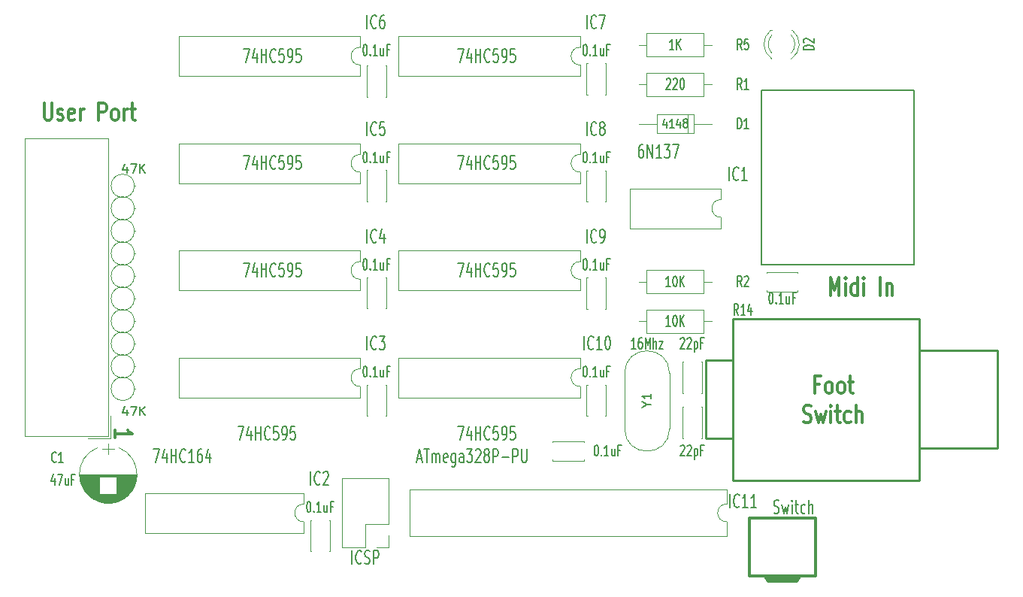
<source format=gto>
G04 #@! TF.GenerationSoftware,KiCad,Pcbnew,5.1.2-5.1.2*
G04 #@! TF.CreationDate,2019-06-30T11:24:38+01:00*
G04 #@! TF.ProjectId,music4xxx,6d757369-6334-4787-9878-2e6b69636164,rev?*
G04 #@! TF.SameCoordinates,Original*
G04 #@! TF.FileFunction,Legend,Top*
G04 #@! TF.FilePolarity,Positive*
%FSLAX46Y46*%
G04 Gerber Fmt 4.6, Leading zero omitted, Abs format (unit mm)*
G04 Created by KiCad (PCBNEW 5.1.2-5.1.2) date 2019-06-30 11:24:38*
%MOMM*%
%LPD*%
G04 APERTURE LIST*
%ADD10C,0.300000*%
%ADD11C,0.200000*%
%ADD12C,0.120000*%
%ADD13C,0.250000*%
%ADD14C,0.150000*%
%ADD15C,0.500000*%
G04 APERTURE END LIST*
D10*
X89233571Y-43292142D02*
X88733571Y-43292142D01*
X88733571Y-44339761D02*
X88733571Y-42339761D01*
X89447857Y-42339761D01*
X90233571Y-44339761D02*
X90090714Y-44244523D01*
X90019285Y-44149285D01*
X89947857Y-43958809D01*
X89947857Y-43387380D01*
X90019285Y-43196904D01*
X90090714Y-43101666D01*
X90233571Y-43006428D01*
X90447857Y-43006428D01*
X90590714Y-43101666D01*
X90662142Y-43196904D01*
X90733571Y-43387380D01*
X90733571Y-43958809D01*
X90662142Y-44149285D01*
X90590714Y-44244523D01*
X90447857Y-44339761D01*
X90233571Y-44339761D01*
X91590714Y-44339761D02*
X91447857Y-44244523D01*
X91376428Y-44149285D01*
X91305000Y-43958809D01*
X91305000Y-43387380D01*
X91376428Y-43196904D01*
X91447857Y-43101666D01*
X91590714Y-43006428D01*
X91805000Y-43006428D01*
X91947857Y-43101666D01*
X92019285Y-43196904D01*
X92090714Y-43387380D01*
X92090714Y-43958809D01*
X92019285Y-44149285D01*
X91947857Y-44244523D01*
X91805000Y-44339761D01*
X91590714Y-44339761D01*
X92519285Y-43006428D02*
X93090714Y-43006428D01*
X92733571Y-42339761D02*
X92733571Y-44054047D01*
X92805000Y-44244523D01*
X92947857Y-44339761D01*
X93090714Y-44339761D01*
X87483571Y-47544523D02*
X87697857Y-47639761D01*
X88055000Y-47639761D01*
X88197857Y-47544523D01*
X88269285Y-47449285D01*
X88340714Y-47258809D01*
X88340714Y-47068333D01*
X88269285Y-46877857D01*
X88197857Y-46782619D01*
X88055000Y-46687380D01*
X87769285Y-46592142D01*
X87626428Y-46496904D01*
X87555000Y-46401666D01*
X87483571Y-46211190D01*
X87483571Y-46020714D01*
X87555000Y-45830238D01*
X87626428Y-45735000D01*
X87769285Y-45639761D01*
X88126428Y-45639761D01*
X88340714Y-45735000D01*
X88840714Y-46306428D02*
X89126428Y-47639761D01*
X89412142Y-46687380D01*
X89697857Y-47639761D01*
X89983571Y-46306428D01*
X90555000Y-47639761D02*
X90555000Y-46306428D01*
X90555000Y-45639761D02*
X90483571Y-45735000D01*
X90555000Y-45830238D01*
X90626428Y-45735000D01*
X90555000Y-45639761D01*
X90555000Y-45830238D01*
X91055000Y-46306428D02*
X91626428Y-46306428D01*
X91269285Y-45639761D02*
X91269285Y-47354047D01*
X91340714Y-47544523D01*
X91483571Y-47639761D01*
X91626428Y-47639761D01*
X92769285Y-47544523D02*
X92626428Y-47639761D01*
X92340714Y-47639761D01*
X92197857Y-47544523D01*
X92126428Y-47449285D01*
X92055000Y-47258809D01*
X92055000Y-46687380D01*
X92126428Y-46496904D01*
X92197857Y-46401666D01*
X92340714Y-46306428D01*
X92626428Y-46306428D01*
X92769285Y-46401666D01*
X93412142Y-47639761D02*
X93412142Y-45639761D01*
X94055000Y-47639761D02*
X94055000Y-46592142D01*
X93983571Y-46401666D01*
X93840714Y-46306428D01*
X93626428Y-46306428D01*
X93483571Y-46401666D01*
X93412142Y-46496904D01*
X9890238Y-49323571D02*
X9890238Y-48466428D01*
X9890238Y-48895000D02*
X11890238Y-48895000D01*
X11604523Y-48752142D01*
X11414047Y-48609285D01*
X11318809Y-48466428D01*
X1949285Y-11604761D02*
X1949285Y-13223809D01*
X2020714Y-13414285D01*
X2092142Y-13509523D01*
X2235000Y-13604761D01*
X2520714Y-13604761D01*
X2663571Y-13509523D01*
X2735000Y-13414285D01*
X2806428Y-13223809D01*
X2806428Y-11604761D01*
X3449285Y-13509523D02*
X3592142Y-13604761D01*
X3877857Y-13604761D01*
X4020714Y-13509523D01*
X4092142Y-13319047D01*
X4092142Y-13223809D01*
X4020714Y-13033333D01*
X3877857Y-12938095D01*
X3663571Y-12938095D01*
X3520714Y-12842857D01*
X3449285Y-12652380D01*
X3449285Y-12557142D01*
X3520714Y-12366666D01*
X3663571Y-12271428D01*
X3877857Y-12271428D01*
X4020714Y-12366666D01*
X5306428Y-13509523D02*
X5163571Y-13604761D01*
X4877857Y-13604761D01*
X4735000Y-13509523D01*
X4663571Y-13319047D01*
X4663571Y-12557142D01*
X4735000Y-12366666D01*
X4877857Y-12271428D01*
X5163571Y-12271428D01*
X5306428Y-12366666D01*
X5377857Y-12557142D01*
X5377857Y-12747619D01*
X4663571Y-12938095D01*
X6020714Y-13604761D02*
X6020714Y-12271428D01*
X6020714Y-12652380D02*
X6092142Y-12461904D01*
X6163571Y-12366666D01*
X6306428Y-12271428D01*
X6449285Y-12271428D01*
X8092142Y-13604761D02*
X8092142Y-11604761D01*
X8663571Y-11604761D01*
X8806428Y-11700000D01*
X8877857Y-11795238D01*
X8949285Y-11985714D01*
X8949285Y-12271428D01*
X8877857Y-12461904D01*
X8806428Y-12557142D01*
X8663571Y-12652380D01*
X8092142Y-12652380D01*
X9806428Y-13604761D02*
X9663571Y-13509523D01*
X9592142Y-13414285D01*
X9520714Y-13223809D01*
X9520714Y-12652380D01*
X9592142Y-12461904D01*
X9663571Y-12366666D01*
X9806428Y-12271428D01*
X10020714Y-12271428D01*
X10163571Y-12366666D01*
X10235000Y-12461904D01*
X10306428Y-12652380D01*
X10306428Y-13223809D01*
X10235000Y-13414285D01*
X10163571Y-13509523D01*
X10020714Y-13604761D01*
X9806428Y-13604761D01*
X10949285Y-13604761D02*
X10949285Y-12271428D01*
X10949285Y-12652380D02*
X11020714Y-12461904D01*
X11092142Y-12366666D01*
X11235000Y-12271428D01*
X11377857Y-12271428D01*
X11663571Y-12271428D02*
X12235000Y-12271428D01*
X11877857Y-11604761D02*
X11877857Y-13319047D01*
X11949285Y-13509523D01*
X12092142Y-13604761D01*
X12235000Y-13604761D01*
D11*
X84145714Y-57757142D02*
X84288571Y-57828571D01*
X84526666Y-57828571D01*
X84621904Y-57757142D01*
X84669523Y-57685714D01*
X84717142Y-57542857D01*
X84717142Y-57400000D01*
X84669523Y-57257142D01*
X84621904Y-57185714D01*
X84526666Y-57114285D01*
X84336190Y-57042857D01*
X84240952Y-56971428D01*
X84193333Y-56900000D01*
X84145714Y-56757142D01*
X84145714Y-56614285D01*
X84193333Y-56471428D01*
X84240952Y-56400000D01*
X84336190Y-56328571D01*
X84574285Y-56328571D01*
X84717142Y-56400000D01*
X85050476Y-56828571D02*
X85240952Y-57828571D01*
X85431428Y-57114285D01*
X85621904Y-57828571D01*
X85812380Y-56828571D01*
X86193333Y-57828571D02*
X86193333Y-56828571D01*
X86193333Y-56328571D02*
X86145714Y-56400000D01*
X86193333Y-56471428D01*
X86240952Y-56400000D01*
X86193333Y-56328571D01*
X86193333Y-56471428D01*
X86526666Y-56828571D02*
X86907619Y-56828571D01*
X86669523Y-56328571D02*
X86669523Y-57614285D01*
X86717142Y-57757142D01*
X86812380Y-57828571D01*
X86907619Y-57828571D01*
X87669523Y-57757142D02*
X87574285Y-57828571D01*
X87383809Y-57828571D01*
X87288571Y-57757142D01*
X87240952Y-57685714D01*
X87193333Y-57542857D01*
X87193333Y-57114285D01*
X87240952Y-56971428D01*
X87288571Y-56900000D01*
X87383809Y-56828571D01*
X87574285Y-56828571D01*
X87669523Y-56900000D01*
X88098095Y-57828571D02*
X88098095Y-56328571D01*
X88526666Y-57828571D02*
X88526666Y-57042857D01*
X88479047Y-56900000D01*
X88383809Y-56828571D01*
X88240952Y-56828571D01*
X88145714Y-56900000D01*
X88098095Y-56971428D01*
D10*
X90480000Y-33289761D02*
X90480000Y-31289761D01*
X90980000Y-32718333D01*
X91480000Y-31289761D01*
X91480000Y-33289761D01*
X92194285Y-33289761D02*
X92194285Y-31956428D01*
X92194285Y-31289761D02*
X92122857Y-31385000D01*
X92194285Y-31480238D01*
X92265714Y-31385000D01*
X92194285Y-31289761D01*
X92194285Y-31480238D01*
X93551428Y-33289761D02*
X93551428Y-31289761D01*
X93551428Y-33194523D02*
X93408571Y-33289761D01*
X93122857Y-33289761D01*
X92980000Y-33194523D01*
X92908571Y-33099285D01*
X92837142Y-32908809D01*
X92837142Y-32337380D01*
X92908571Y-32146904D01*
X92980000Y-32051666D01*
X93122857Y-31956428D01*
X93408571Y-31956428D01*
X93551428Y-32051666D01*
X94265714Y-33289761D02*
X94265714Y-31956428D01*
X94265714Y-31289761D02*
X94194285Y-31385000D01*
X94265714Y-31480238D01*
X94337142Y-31385000D01*
X94265714Y-31289761D01*
X94265714Y-31480238D01*
X96122857Y-33289761D02*
X96122857Y-31289761D01*
X96837142Y-31956428D02*
X96837142Y-33289761D01*
X96837142Y-32146904D02*
X96908571Y-32051666D01*
X97051428Y-31956428D01*
X97265714Y-31956428D01*
X97408571Y-32051666D01*
X97480000Y-32242142D01*
X97480000Y-33289761D01*
D12*
X10323136Y-56464820D02*
G75*
G03X10324000Y-50429518I-1179136J3017820D01*
G01*
X7964864Y-56464820D02*
G75*
G02X7964000Y-50429518I1179136J3017820D01*
G01*
X7964864Y-56464820D02*
G75*
G03X10324000Y-56464482I1179136J3017820D01*
G01*
X12344000Y-53447000D02*
X5944000Y-53447000D01*
X12344000Y-53487000D02*
X5944000Y-53487000D01*
X12344000Y-53527000D02*
X5944000Y-53527000D01*
X12342000Y-53567000D02*
X5946000Y-53567000D01*
X12341000Y-53607000D02*
X5947000Y-53607000D01*
X12338000Y-53647000D02*
X5950000Y-53647000D01*
X12336000Y-53687000D02*
X5952000Y-53687000D01*
X12332000Y-53727000D02*
X10124000Y-53727000D01*
X8164000Y-53727000D02*
X5956000Y-53727000D01*
X12329000Y-53767000D02*
X10124000Y-53767000D01*
X8164000Y-53767000D02*
X5959000Y-53767000D01*
X12324000Y-53807000D02*
X10124000Y-53807000D01*
X8164000Y-53807000D02*
X5964000Y-53807000D01*
X12320000Y-53847000D02*
X10124000Y-53847000D01*
X8164000Y-53847000D02*
X5968000Y-53847000D01*
X12314000Y-53887000D02*
X10124000Y-53887000D01*
X8164000Y-53887000D02*
X5974000Y-53887000D01*
X12309000Y-53927000D02*
X10124000Y-53927000D01*
X8164000Y-53927000D02*
X5979000Y-53927000D01*
X12302000Y-53967000D02*
X10124000Y-53967000D01*
X8164000Y-53967000D02*
X5986000Y-53967000D01*
X12296000Y-54007000D02*
X10124000Y-54007000D01*
X8164000Y-54007000D02*
X5992000Y-54007000D01*
X12288000Y-54047000D02*
X10124000Y-54047000D01*
X8164000Y-54047000D02*
X6000000Y-54047000D01*
X12281000Y-54087000D02*
X10124000Y-54087000D01*
X8164000Y-54087000D02*
X6007000Y-54087000D01*
X12272000Y-54127000D02*
X10124000Y-54127000D01*
X8164000Y-54127000D02*
X6016000Y-54127000D01*
X12263000Y-54168000D02*
X10124000Y-54168000D01*
X8164000Y-54168000D02*
X6025000Y-54168000D01*
X12254000Y-54208000D02*
X10124000Y-54208000D01*
X8164000Y-54208000D02*
X6034000Y-54208000D01*
X12244000Y-54248000D02*
X10124000Y-54248000D01*
X8164000Y-54248000D02*
X6044000Y-54248000D01*
X12234000Y-54288000D02*
X10124000Y-54288000D01*
X8164000Y-54288000D02*
X6054000Y-54288000D01*
X12223000Y-54328000D02*
X10124000Y-54328000D01*
X8164000Y-54328000D02*
X6065000Y-54328000D01*
X12211000Y-54368000D02*
X10124000Y-54368000D01*
X8164000Y-54368000D02*
X6077000Y-54368000D01*
X12199000Y-54408000D02*
X10124000Y-54408000D01*
X8164000Y-54408000D02*
X6089000Y-54408000D01*
X12186000Y-54448000D02*
X10124000Y-54448000D01*
X8164000Y-54448000D02*
X6102000Y-54448000D01*
X12173000Y-54488000D02*
X10124000Y-54488000D01*
X8164000Y-54488000D02*
X6115000Y-54488000D01*
X12159000Y-54528000D02*
X10124000Y-54528000D01*
X8164000Y-54528000D02*
X6129000Y-54528000D01*
X12145000Y-54568000D02*
X10124000Y-54568000D01*
X8164000Y-54568000D02*
X6143000Y-54568000D01*
X12130000Y-54608000D02*
X10124000Y-54608000D01*
X8164000Y-54608000D02*
X6158000Y-54608000D01*
X12114000Y-54648000D02*
X10124000Y-54648000D01*
X8164000Y-54648000D02*
X6174000Y-54648000D01*
X12098000Y-54688000D02*
X10124000Y-54688000D01*
X8164000Y-54688000D02*
X6190000Y-54688000D01*
X12081000Y-54728000D02*
X10124000Y-54728000D01*
X8164000Y-54728000D02*
X6207000Y-54728000D01*
X12063000Y-54768000D02*
X10124000Y-54768000D01*
X8164000Y-54768000D02*
X6225000Y-54768000D01*
X12045000Y-54808000D02*
X10124000Y-54808000D01*
X8164000Y-54808000D02*
X6243000Y-54808000D01*
X12026000Y-54848000D02*
X10124000Y-54848000D01*
X8164000Y-54848000D02*
X6262000Y-54848000D01*
X12007000Y-54888000D02*
X10124000Y-54888000D01*
X8164000Y-54888000D02*
X6281000Y-54888000D01*
X11987000Y-54928000D02*
X10124000Y-54928000D01*
X8164000Y-54928000D02*
X6301000Y-54928000D01*
X11966000Y-54968000D02*
X10124000Y-54968000D01*
X8164000Y-54968000D02*
X6322000Y-54968000D01*
X11944000Y-55008000D02*
X10124000Y-55008000D01*
X8164000Y-55008000D02*
X6344000Y-55008000D01*
X11922000Y-55048000D02*
X10124000Y-55048000D01*
X8164000Y-55048000D02*
X6366000Y-55048000D01*
X11899000Y-55088000D02*
X10124000Y-55088000D01*
X8164000Y-55088000D02*
X6389000Y-55088000D01*
X11875000Y-55128000D02*
X10124000Y-55128000D01*
X8164000Y-55128000D02*
X6413000Y-55128000D01*
X11850000Y-55168000D02*
X10124000Y-55168000D01*
X8164000Y-55168000D02*
X6438000Y-55168000D01*
X11825000Y-55208000D02*
X10124000Y-55208000D01*
X8164000Y-55208000D02*
X6463000Y-55208000D01*
X11798000Y-55248000D02*
X10124000Y-55248000D01*
X8164000Y-55248000D02*
X6490000Y-55248000D01*
X11771000Y-55288000D02*
X10124000Y-55288000D01*
X8164000Y-55288000D02*
X6517000Y-55288000D01*
X11743000Y-55328000D02*
X10124000Y-55328000D01*
X8164000Y-55328000D02*
X6545000Y-55328000D01*
X11714000Y-55368000D02*
X10124000Y-55368000D01*
X8164000Y-55368000D02*
X6574000Y-55368000D01*
X11684000Y-55408000D02*
X10124000Y-55408000D01*
X8164000Y-55408000D02*
X6604000Y-55408000D01*
X11654000Y-55448000D02*
X10124000Y-55448000D01*
X8164000Y-55448000D02*
X6634000Y-55448000D01*
X11622000Y-55488000D02*
X10124000Y-55488000D01*
X8164000Y-55488000D02*
X6666000Y-55488000D01*
X11589000Y-55528000D02*
X10124000Y-55528000D01*
X8164000Y-55528000D02*
X6699000Y-55528000D01*
X11555000Y-55568000D02*
X10124000Y-55568000D01*
X8164000Y-55568000D02*
X6733000Y-55568000D01*
X11519000Y-55608000D02*
X10124000Y-55608000D01*
X8164000Y-55608000D02*
X6769000Y-55608000D01*
X11483000Y-55648000D02*
X10124000Y-55648000D01*
X8164000Y-55648000D02*
X6805000Y-55648000D01*
X11445000Y-55688000D02*
X6843000Y-55688000D01*
X11406000Y-55728000D02*
X6882000Y-55728000D01*
X11366000Y-55768000D02*
X6922000Y-55768000D01*
X11324000Y-55808000D02*
X6964000Y-55808000D01*
X11281000Y-55848000D02*
X7007000Y-55848000D01*
X11236000Y-55888000D02*
X7052000Y-55888000D01*
X11189000Y-55928000D02*
X7099000Y-55928000D01*
X11141000Y-55968000D02*
X7147000Y-55968000D01*
X11090000Y-56008000D02*
X7198000Y-56008000D01*
X11038000Y-56048000D02*
X7250000Y-56048000D01*
X10983000Y-56088000D02*
X7305000Y-56088000D01*
X10925000Y-56128000D02*
X7363000Y-56128000D01*
X10865000Y-56168000D02*
X7423000Y-56168000D01*
X10802000Y-56208000D02*
X7486000Y-56208000D01*
X10735000Y-56248000D02*
X7553000Y-56248000D01*
X10664000Y-56288000D02*
X7624000Y-56288000D01*
X10589000Y-56328000D02*
X7699000Y-56328000D01*
X10508000Y-56368000D02*
X7780000Y-56368000D01*
X10422000Y-56408000D02*
X7866000Y-56408000D01*
X10328000Y-56448000D02*
X7960000Y-56448000D01*
X10225000Y-56488000D02*
X8063000Y-56488000D01*
X10110000Y-56528000D02*
X8178000Y-56528000D01*
X9978000Y-56568000D02*
X8310000Y-56568000D01*
X9820000Y-56608000D02*
X8468000Y-56608000D01*
X9612000Y-56648000D02*
X8676000Y-56648000D01*
X9144000Y-49997000D02*
X9144000Y-51197000D01*
X9794000Y-50597000D02*
X8494000Y-50597000D01*
D13*
X76500000Y-40600000D02*
X76500000Y-49400000D01*
X100500000Y-39500000D02*
X109350000Y-39500000D01*
X109350000Y-39500000D02*
X109350000Y-50500000D01*
X100500000Y-50500000D02*
X109350000Y-50500000D01*
X100500000Y-35900000D02*
X100500000Y-54100000D01*
X100500000Y-35900000D02*
X79500000Y-35900000D01*
X79500000Y-35900000D02*
X79500000Y-54100000D01*
X79500000Y-54100000D02*
X100500000Y-54100000D01*
X76500000Y-40600000D02*
X79500000Y-40600000D01*
X76500000Y-49400000D02*
X79500000Y-49400000D01*
D14*
X99960000Y-10150000D02*
X82710000Y-10150000D01*
X82710000Y-10150000D02*
X82710000Y-29850000D01*
X82710000Y-29850000D02*
X99960000Y-29850000D01*
X99960000Y-29850000D02*
X99960000Y-10150000D01*
D12*
X62740000Y-51910000D02*
X59220000Y-51910000D01*
X62740000Y-49690000D02*
X59220000Y-49690000D01*
X62740000Y-51910000D02*
X62740000Y-51796000D01*
X62740000Y-49804000D02*
X62740000Y-49690000D01*
X59220000Y-51910000D02*
X59220000Y-51796000D01*
X59220000Y-49804000D02*
X59220000Y-49690000D01*
X37525000Y-7350000D02*
G75*
G02X37525000Y-5350000I0J1000000D01*
G01*
X37525000Y-5350000D02*
X37525000Y-4100000D01*
X37525000Y-4100000D02*
X17085000Y-4100000D01*
X17085000Y-4100000D02*
X17085000Y-8600000D01*
X17085000Y-8600000D02*
X37525000Y-8600000D01*
X37525000Y-8600000D02*
X37525000Y-7350000D01*
X78800000Y-60435000D02*
X78800000Y-58785000D01*
X43120000Y-60435000D02*
X78800000Y-60435000D01*
X43120000Y-55135000D02*
X43120000Y-60435000D01*
X78800000Y-55135000D02*
X43120000Y-55135000D01*
X78800000Y-56785000D02*
X78800000Y-55135000D01*
X78800000Y-58785000D02*
G75*
G02X78800000Y-56785000I0J1000000D01*
G01*
X76235000Y-37505000D02*
X76235000Y-34885000D01*
X76235000Y-34885000D02*
X69815000Y-34885000D01*
X69815000Y-34885000D02*
X69815000Y-37505000D01*
X69815000Y-37505000D02*
X76235000Y-37505000D01*
X77125000Y-36195000D02*
X76235000Y-36195000D01*
X68925000Y-36195000D02*
X69815000Y-36195000D01*
X40700000Y-61655000D02*
X39370000Y-61655000D01*
X40700000Y-60325000D02*
X40700000Y-61655000D01*
X38100000Y-61655000D02*
X35500000Y-61655000D01*
X38100000Y-59055000D02*
X38100000Y-61655000D01*
X40700000Y-59055000D02*
X38100000Y-59055000D01*
X35500000Y-61655000D02*
X35500000Y-53915000D01*
X40700000Y-59055000D02*
X40700000Y-53915000D01*
X40700000Y-53915000D02*
X35500000Y-53915000D01*
D10*
X88840000Y-64865000D02*
X81340000Y-64865000D01*
X81340000Y-64865000D02*
X81340000Y-58365000D01*
X88840000Y-58365000D02*
X81340000Y-58365000D01*
X88840000Y-64865000D02*
X88840000Y-58365000D01*
D15*
X86840000Y-65115000D02*
X83340000Y-65115000D01*
X86690000Y-65405000D02*
X83490000Y-65405000D01*
D12*
X72375000Y-42060000D02*
G75*
G03X67325000Y-42060000I-2525000J0D01*
G01*
X72375000Y-48310000D02*
G75*
G02X67325000Y-48310000I-2525000J0D01*
G01*
X72375000Y-48310000D02*
X72375000Y-42060000D01*
X67325000Y-48310000D02*
X67325000Y-42060000D01*
X69815000Y-30440000D02*
X69815000Y-33060000D01*
X69815000Y-33060000D02*
X76235000Y-33060000D01*
X76235000Y-33060000D02*
X76235000Y-30440000D01*
X76235000Y-30440000D02*
X69815000Y-30440000D01*
X68925000Y-31750000D02*
X69815000Y-31750000D01*
X77125000Y-31750000D02*
X76235000Y-31750000D01*
X73820000Y-44285000D02*
X73820000Y-40765000D01*
X76040000Y-44285000D02*
X76040000Y-40765000D01*
X73820000Y-44285000D02*
X73934000Y-44285000D01*
X75926000Y-44285000D02*
X76040000Y-44285000D01*
X73820000Y-40765000D02*
X73934000Y-40765000D01*
X75926000Y-40765000D02*
X76040000Y-40765000D01*
X76040000Y-45845000D02*
X76040000Y-49365000D01*
X73820000Y-45845000D02*
X73820000Y-49365000D01*
X76040000Y-45845000D02*
X75926000Y-45845000D01*
X73934000Y-45845000D02*
X73820000Y-45845000D01*
X76040000Y-49365000D02*
X75926000Y-49365000D01*
X73934000Y-49365000D02*
X73820000Y-49365000D01*
X86078608Y-6672335D02*
G75*
G03X86235516Y-3440000I-1078608J1672335D01*
G01*
X83921392Y-6672335D02*
G75*
G02X83764484Y-3440000I1078608J1672335D01*
G01*
X86079837Y-6041130D02*
G75*
G03X86080000Y-3959039I-1079837J1041130D01*
G01*
X83920163Y-6041130D02*
G75*
G02X83920000Y-3959039I1079837J1041130D01*
G01*
X86236000Y-3440000D02*
X86080000Y-3440000D01*
X83920000Y-3440000D02*
X83764000Y-3440000D01*
X-230000Y-49165000D02*
X-230000Y-15605000D01*
X-230000Y-15605000D02*
X9120000Y-15605000D01*
X9120000Y-15605000D02*
X9120000Y-49165000D01*
X9120000Y-49165000D02*
X-230000Y-49165000D01*
X9370000Y-49415000D02*
X9370000Y-46875000D01*
X9370000Y-49415000D02*
X6830000Y-49415000D01*
X62290000Y-7350000D02*
G75*
G02X62290000Y-5350000I0J1000000D01*
G01*
X62290000Y-5350000D02*
X62290000Y-4100000D01*
X62290000Y-4100000D02*
X41850000Y-4100000D01*
X41850000Y-4100000D02*
X41850000Y-8600000D01*
X41850000Y-8600000D02*
X62290000Y-8600000D01*
X62290000Y-8600000D02*
X62290000Y-7350000D01*
X12105000Y-20955000D02*
G75*
G03X12105000Y-20955000I-1310000J0D01*
G01*
X12105000Y-20955000D02*
X12235000Y-20955000D01*
X12105000Y-23495000D02*
G75*
G03X12105000Y-23495000I-1310000J0D01*
G01*
X12105000Y-23495000D02*
X12235000Y-23495000D01*
X12105000Y-26035000D02*
G75*
G03X12105000Y-26035000I-1310000J0D01*
G01*
X12105000Y-26035000D02*
X12235000Y-26035000D01*
X12105000Y-28575000D02*
G75*
G03X12105000Y-28575000I-1310000J0D01*
G01*
X12105000Y-28575000D02*
X12235000Y-28575000D01*
X12105000Y-31115000D02*
G75*
G03X12105000Y-31115000I-1310000J0D01*
G01*
X12105000Y-31115000D02*
X12235000Y-31115000D01*
X12105000Y-33655000D02*
G75*
G03X12105000Y-33655000I-1310000J0D01*
G01*
X12105000Y-33655000D02*
X12235000Y-33655000D01*
X12105000Y-36195000D02*
G75*
G03X12105000Y-36195000I-1310000J0D01*
G01*
X12105000Y-36195000D02*
X12235000Y-36195000D01*
X12105000Y-38735000D02*
G75*
G03X12105000Y-38735000I-1310000J0D01*
G01*
X12105000Y-38735000D02*
X12235000Y-38735000D01*
X12105000Y-41275000D02*
G75*
G03X12105000Y-41275000I-1310000J0D01*
G01*
X12105000Y-41275000D02*
X12235000Y-41275000D01*
X12105000Y-43815000D02*
G75*
G03X12105000Y-43815000I-1310000J0D01*
G01*
X12105000Y-43815000D02*
X12235000Y-43815000D01*
X31175000Y-60035000D02*
X31175000Y-58785000D01*
X13275000Y-60035000D02*
X31175000Y-60035000D01*
X13275000Y-55535000D02*
X13275000Y-60035000D01*
X31175000Y-55535000D02*
X13275000Y-55535000D01*
X31175000Y-56785000D02*
X31175000Y-55535000D01*
X31175000Y-58785000D02*
G75*
G02X31175000Y-56785000I0J1000000D01*
G01*
X62290000Y-19415000D02*
G75*
G02X62290000Y-17415000I0J1000000D01*
G01*
X62290000Y-17415000D02*
X62290000Y-16165000D01*
X62290000Y-16165000D02*
X41850000Y-16165000D01*
X41850000Y-16165000D02*
X41850000Y-20665000D01*
X41850000Y-20665000D02*
X62290000Y-20665000D01*
X62290000Y-20665000D02*
X62290000Y-19415000D01*
X62290000Y-43545000D02*
G75*
G02X62290000Y-41545000I0J1000000D01*
G01*
X62290000Y-41545000D02*
X62290000Y-40295000D01*
X62290000Y-40295000D02*
X41850000Y-40295000D01*
X41850000Y-40295000D02*
X41850000Y-44795000D01*
X41850000Y-44795000D02*
X62290000Y-44795000D01*
X62290000Y-44795000D02*
X62290000Y-43545000D01*
X62290000Y-31480000D02*
G75*
G02X62290000Y-29480000I0J1000000D01*
G01*
X62290000Y-29480000D02*
X62290000Y-28230000D01*
X62290000Y-28230000D02*
X41850000Y-28230000D01*
X41850000Y-28230000D02*
X41850000Y-32730000D01*
X41850000Y-32730000D02*
X62290000Y-32730000D01*
X62290000Y-32730000D02*
X62290000Y-31480000D01*
X37525000Y-19415000D02*
G75*
G02X37525000Y-17415000I0J1000000D01*
G01*
X37525000Y-17415000D02*
X37525000Y-16165000D01*
X37525000Y-16165000D02*
X17085000Y-16165000D01*
X17085000Y-16165000D02*
X17085000Y-20665000D01*
X17085000Y-20665000D02*
X37525000Y-20665000D01*
X37525000Y-20665000D02*
X37525000Y-19415000D01*
X37525000Y-31480000D02*
G75*
G02X37525000Y-29480000I0J1000000D01*
G01*
X37525000Y-29480000D02*
X37525000Y-28230000D01*
X37525000Y-28230000D02*
X17085000Y-28230000D01*
X17085000Y-28230000D02*
X17085000Y-32730000D01*
X17085000Y-32730000D02*
X37525000Y-32730000D01*
X37525000Y-32730000D02*
X37525000Y-31480000D01*
X37525000Y-43545000D02*
G75*
G02X37525000Y-41545000I0J1000000D01*
G01*
X37525000Y-41545000D02*
X37525000Y-40295000D01*
X37525000Y-40295000D02*
X17085000Y-40295000D01*
X17085000Y-40295000D02*
X17085000Y-44795000D01*
X17085000Y-44795000D02*
X37525000Y-44795000D01*
X37525000Y-44795000D02*
X37525000Y-43545000D01*
X31910000Y-62105000D02*
X31910000Y-58585000D01*
X34130000Y-62105000D02*
X34130000Y-58585000D01*
X31910000Y-62105000D02*
X32024000Y-62105000D01*
X34016000Y-62105000D02*
X34130000Y-62105000D01*
X31910000Y-58585000D02*
X32024000Y-58585000D01*
X34016000Y-58585000D02*
X34130000Y-58585000D01*
X63025000Y-34800000D02*
X63025000Y-31280000D01*
X65245000Y-34800000D02*
X65245000Y-31280000D01*
X63025000Y-34800000D02*
X63139000Y-34800000D01*
X65131000Y-34800000D02*
X65245000Y-34800000D01*
X63025000Y-31280000D02*
X63139000Y-31280000D01*
X65131000Y-31280000D02*
X65245000Y-31280000D01*
X63025000Y-22735000D02*
X63025000Y-19215000D01*
X65245000Y-22735000D02*
X65245000Y-19215000D01*
X63025000Y-22735000D02*
X63139000Y-22735000D01*
X65131000Y-22735000D02*
X65245000Y-22735000D01*
X63025000Y-19215000D02*
X63139000Y-19215000D01*
X65131000Y-19215000D02*
X65245000Y-19215000D01*
X63025000Y-10670000D02*
X63025000Y-7150000D01*
X65245000Y-10670000D02*
X65245000Y-7150000D01*
X63025000Y-10670000D02*
X63139000Y-10670000D01*
X65131000Y-10670000D02*
X65245000Y-10670000D01*
X63025000Y-7150000D02*
X63139000Y-7150000D01*
X65131000Y-7150000D02*
X65245000Y-7150000D01*
X38260000Y-22695000D02*
X38260000Y-19175000D01*
X40480000Y-22695000D02*
X40480000Y-19175000D01*
X38260000Y-22695000D02*
X38374000Y-22695000D01*
X40366000Y-22695000D02*
X40480000Y-22695000D01*
X38260000Y-19175000D02*
X38374000Y-19175000D01*
X40366000Y-19175000D02*
X40480000Y-19175000D01*
X38260000Y-34760000D02*
X38260000Y-31240000D01*
X40480000Y-34760000D02*
X40480000Y-31240000D01*
X38260000Y-34760000D02*
X38374000Y-34760000D01*
X40366000Y-34760000D02*
X40480000Y-34760000D01*
X38260000Y-31240000D02*
X38374000Y-31240000D01*
X40366000Y-31240000D02*
X40480000Y-31240000D01*
X38260000Y-46865000D02*
X38260000Y-43345000D01*
X40480000Y-46865000D02*
X40480000Y-43345000D01*
X38260000Y-46865000D02*
X38374000Y-46865000D01*
X40366000Y-46865000D02*
X40480000Y-46865000D01*
X38260000Y-43345000D02*
X38374000Y-43345000D01*
X40366000Y-43345000D02*
X40480000Y-43345000D01*
X38260000Y-10924000D02*
X38260000Y-7404000D01*
X40480000Y-10924000D02*
X40480000Y-7404000D01*
X38260000Y-10924000D02*
X38374000Y-10924000D01*
X40366000Y-10924000D02*
X40480000Y-10924000D01*
X38260000Y-7404000D02*
X38374000Y-7404000D01*
X40366000Y-7404000D02*
X40480000Y-7404000D01*
X76235000Y-6390000D02*
X76235000Y-3770000D01*
X76235000Y-3770000D02*
X69815000Y-3770000D01*
X69815000Y-3770000D02*
X69815000Y-6390000D01*
X69815000Y-6390000D02*
X76235000Y-6390000D01*
X77125000Y-5080000D02*
X76235000Y-5080000D01*
X68925000Y-5080000D02*
X69815000Y-5080000D01*
X69815000Y-8215000D02*
X69815000Y-10835000D01*
X69815000Y-10835000D02*
X76235000Y-10835000D01*
X76235000Y-10835000D02*
X76235000Y-8215000D01*
X76235000Y-8215000D02*
X69815000Y-8215000D01*
X68925000Y-9525000D02*
X69815000Y-9525000D01*
X77125000Y-9525000D02*
X76235000Y-9525000D01*
X78165000Y-24495000D02*
G75*
G02X78165000Y-22495000I0J1000000D01*
G01*
X78165000Y-22495000D02*
X78165000Y-21245000D01*
X78165000Y-21245000D02*
X67885000Y-21245000D01*
X67885000Y-21245000D02*
X67885000Y-25745000D01*
X67885000Y-25745000D02*
X78165000Y-25745000D01*
X78165000Y-25745000D02*
X78165000Y-24495000D01*
X75085000Y-15030000D02*
X75085000Y-12910000D01*
X75085000Y-12910000D02*
X70965000Y-12910000D01*
X70965000Y-12910000D02*
X70965000Y-15030000D01*
X70965000Y-15030000D02*
X75085000Y-15030000D01*
X77125000Y-13970000D02*
X75085000Y-13970000D01*
X68925000Y-13970000D02*
X70965000Y-13970000D01*
X74425000Y-15030000D02*
X74425000Y-12910000D01*
X63025000Y-46865000D02*
X63025000Y-43345000D01*
X65245000Y-46865000D02*
X65245000Y-43345000D01*
X63025000Y-46865000D02*
X63139000Y-46865000D01*
X65131000Y-46865000D02*
X65245000Y-46865000D01*
X63025000Y-43345000D02*
X63139000Y-43345000D01*
X65131000Y-43345000D02*
X65245000Y-43345000D01*
X83310000Y-30640000D02*
X86830000Y-30640000D01*
X83310000Y-32860000D02*
X86830000Y-32860000D01*
X83310000Y-30640000D02*
X83310000Y-30754000D01*
X83310000Y-32746000D02*
X83310000Y-32860000D01*
X86830000Y-30640000D02*
X86830000Y-30754000D01*
X86830000Y-32746000D02*
X86830000Y-32860000D01*
D14*
X3295666Y-51990571D02*
X3257571Y-52047714D01*
X3143285Y-52104857D01*
X3067095Y-52104857D01*
X2952809Y-52047714D01*
X2876619Y-51933428D01*
X2838523Y-51819142D01*
X2800428Y-51590571D01*
X2800428Y-51419142D01*
X2838523Y-51190571D01*
X2876619Y-51076285D01*
X2952809Y-50962000D01*
X3067095Y-50904857D01*
X3143285Y-50904857D01*
X3257571Y-50962000D01*
X3295666Y-51019142D01*
X4057571Y-52104857D02*
X3600428Y-52104857D01*
X3829000Y-52104857D02*
X3829000Y-50904857D01*
X3752809Y-51076285D01*
X3676619Y-51190571D01*
X3600428Y-51247714D01*
X3130666Y-53844857D02*
X3130666Y-54644857D01*
X2940190Y-53387714D02*
X2749714Y-54244857D01*
X3244952Y-54244857D01*
X3473523Y-53444857D02*
X4006857Y-53444857D01*
X3664000Y-54644857D01*
X4654476Y-53844857D02*
X4654476Y-54644857D01*
X4311619Y-53844857D02*
X4311619Y-54473428D01*
X4349714Y-54587714D01*
X4425904Y-54644857D01*
X4540190Y-54644857D01*
X4616380Y-54587714D01*
X4654476Y-54530571D01*
X5302095Y-54016285D02*
X5035428Y-54016285D01*
X5035428Y-54644857D02*
X5035428Y-53444857D01*
X5416380Y-53444857D01*
X64090714Y-50142857D02*
X64166904Y-50142857D01*
X64243095Y-50200000D01*
X64281190Y-50257142D01*
X64319285Y-50371428D01*
X64357380Y-50600000D01*
X64357380Y-50885714D01*
X64319285Y-51114285D01*
X64281190Y-51228571D01*
X64243095Y-51285714D01*
X64166904Y-51342857D01*
X64090714Y-51342857D01*
X64014523Y-51285714D01*
X63976428Y-51228571D01*
X63938333Y-51114285D01*
X63900238Y-50885714D01*
X63900238Y-50600000D01*
X63938333Y-50371428D01*
X63976428Y-50257142D01*
X64014523Y-50200000D01*
X64090714Y-50142857D01*
X64700238Y-51228571D02*
X64738333Y-51285714D01*
X64700238Y-51342857D01*
X64662142Y-51285714D01*
X64700238Y-51228571D01*
X64700238Y-51342857D01*
X65500238Y-51342857D02*
X65043095Y-51342857D01*
X65271666Y-51342857D02*
X65271666Y-50142857D01*
X65195476Y-50314285D01*
X65119285Y-50428571D01*
X65043095Y-50485714D01*
X66185952Y-50542857D02*
X66185952Y-51342857D01*
X65843095Y-50542857D02*
X65843095Y-51171428D01*
X65881190Y-51285714D01*
X65957380Y-51342857D01*
X66071666Y-51342857D01*
X66147857Y-51285714D01*
X66185952Y-51228571D01*
X66833571Y-50714285D02*
X66566904Y-50714285D01*
X66566904Y-51342857D02*
X66566904Y-50142857D01*
X66947857Y-50142857D01*
D11*
X38319523Y-3218571D02*
X38319523Y-1718571D01*
X39367142Y-3075714D02*
X39319523Y-3147142D01*
X39176666Y-3218571D01*
X39081428Y-3218571D01*
X38938571Y-3147142D01*
X38843333Y-3004285D01*
X38795714Y-2861428D01*
X38748095Y-2575714D01*
X38748095Y-2361428D01*
X38795714Y-2075714D01*
X38843333Y-1932857D01*
X38938571Y-1790000D01*
X39081428Y-1718571D01*
X39176666Y-1718571D01*
X39319523Y-1790000D01*
X39367142Y-1861428D01*
X40224285Y-1718571D02*
X40033809Y-1718571D01*
X39938571Y-1790000D01*
X39890952Y-1861428D01*
X39795714Y-2075714D01*
X39748095Y-2361428D01*
X39748095Y-2932857D01*
X39795714Y-3075714D01*
X39843333Y-3147142D01*
X39938571Y-3218571D01*
X40129047Y-3218571D01*
X40224285Y-3147142D01*
X40271904Y-3075714D01*
X40319523Y-2932857D01*
X40319523Y-2575714D01*
X40271904Y-2432857D01*
X40224285Y-2361428D01*
X40129047Y-2290000D01*
X39938571Y-2290000D01*
X39843333Y-2361428D01*
X39795714Y-2432857D01*
X39748095Y-2575714D01*
X24402857Y-5528571D02*
X25069523Y-5528571D01*
X24640952Y-7028571D01*
X25879047Y-6028571D02*
X25879047Y-7028571D01*
X25640952Y-5457142D02*
X25402857Y-6528571D01*
X26021904Y-6528571D01*
X26402857Y-7028571D02*
X26402857Y-5528571D01*
X26402857Y-6242857D02*
X26974285Y-6242857D01*
X26974285Y-7028571D02*
X26974285Y-5528571D01*
X28021904Y-6885714D02*
X27974285Y-6957142D01*
X27831428Y-7028571D01*
X27736190Y-7028571D01*
X27593333Y-6957142D01*
X27498095Y-6814285D01*
X27450476Y-6671428D01*
X27402857Y-6385714D01*
X27402857Y-6171428D01*
X27450476Y-5885714D01*
X27498095Y-5742857D01*
X27593333Y-5600000D01*
X27736190Y-5528571D01*
X27831428Y-5528571D01*
X27974285Y-5600000D01*
X28021904Y-5671428D01*
X28926666Y-5528571D02*
X28450476Y-5528571D01*
X28402857Y-6242857D01*
X28450476Y-6171428D01*
X28545714Y-6100000D01*
X28783809Y-6100000D01*
X28879047Y-6171428D01*
X28926666Y-6242857D01*
X28974285Y-6385714D01*
X28974285Y-6742857D01*
X28926666Y-6885714D01*
X28879047Y-6957142D01*
X28783809Y-7028571D01*
X28545714Y-7028571D01*
X28450476Y-6957142D01*
X28402857Y-6885714D01*
X29450476Y-7028571D02*
X29640952Y-7028571D01*
X29736190Y-6957142D01*
X29783809Y-6885714D01*
X29879047Y-6671428D01*
X29926666Y-6385714D01*
X29926666Y-5814285D01*
X29879047Y-5671428D01*
X29831428Y-5600000D01*
X29736190Y-5528571D01*
X29545714Y-5528571D01*
X29450476Y-5600000D01*
X29402857Y-5671428D01*
X29355238Y-5814285D01*
X29355238Y-6171428D01*
X29402857Y-6314285D01*
X29450476Y-6385714D01*
X29545714Y-6457142D01*
X29736190Y-6457142D01*
X29831428Y-6385714D01*
X29879047Y-6314285D01*
X29926666Y-6171428D01*
X30831428Y-5528571D02*
X30355238Y-5528571D01*
X30307619Y-6242857D01*
X30355238Y-6171428D01*
X30450476Y-6100000D01*
X30688571Y-6100000D01*
X30783809Y-6171428D01*
X30831428Y-6242857D01*
X30879047Y-6385714D01*
X30879047Y-6742857D01*
X30831428Y-6885714D01*
X30783809Y-6957142D01*
X30688571Y-7028571D01*
X30450476Y-7028571D01*
X30355238Y-6957142D01*
X30307619Y-6885714D01*
X79192619Y-57193571D02*
X79192619Y-55693571D01*
X80240238Y-57050714D02*
X80192619Y-57122142D01*
X80049761Y-57193571D01*
X79954523Y-57193571D01*
X79811666Y-57122142D01*
X79716428Y-56979285D01*
X79668809Y-56836428D01*
X79621190Y-56550714D01*
X79621190Y-56336428D01*
X79668809Y-56050714D01*
X79716428Y-55907857D01*
X79811666Y-55765000D01*
X79954523Y-55693571D01*
X80049761Y-55693571D01*
X80192619Y-55765000D01*
X80240238Y-55836428D01*
X81192619Y-57193571D02*
X80621190Y-57193571D01*
X80906904Y-57193571D02*
X80906904Y-55693571D01*
X80811666Y-55907857D01*
X80716428Y-56050714D01*
X80621190Y-56122142D01*
X82145000Y-57193571D02*
X81573571Y-57193571D01*
X81859285Y-57193571D02*
X81859285Y-55693571D01*
X81764047Y-55907857D01*
X81668809Y-56050714D01*
X81573571Y-56122142D01*
X43974523Y-51685000D02*
X44450714Y-51685000D01*
X43879285Y-52113571D02*
X44212619Y-50613571D01*
X44545952Y-52113571D01*
X44736428Y-50613571D02*
X45307857Y-50613571D01*
X45022142Y-52113571D02*
X45022142Y-50613571D01*
X45641190Y-52113571D02*
X45641190Y-51113571D01*
X45641190Y-51256428D02*
X45688809Y-51185000D01*
X45784047Y-51113571D01*
X45926904Y-51113571D01*
X46022142Y-51185000D01*
X46069761Y-51327857D01*
X46069761Y-52113571D01*
X46069761Y-51327857D02*
X46117380Y-51185000D01*
X46212619Y-51113571D01*
X46355476Y-51113571D01*
X46450714Y-51185000D01*
X46498333Y-51327857D01*
X46498333Y-52113571D01*
X47355476Y-52042142D02*
X47260238Y-52113571D01*
X47069761Y-52113571D01*
X46974523Y-52042142D01*
X46926904Y-51899285D01*
X46926904Y-51327857D01*
X46974523Y-51185000D01*
X47069761Y-51113571D01*
X47260238Y-51113571D01*
X47355476Y-51185000D01*
X47403095Y-51327857D01*
X47403095Y-51470714D01*
X46926904Y-51613571D01*
X48260238Y-51113571D02*
X48260238Y-52327857D01*
X48212619Y-52470714D01*
X48165000Y-52542142D01*
X48069761Y-52613571D01*
X47926904Y-52613571D01*
X47831666Y-52542142D01*
X48260238Y-52042142D02*
X48165000Y-52113571D01*
X47974523Y-52113571D01*
X47879285Y-52042142D01*
X47831666Y-51970714D01*
X47784047Y-51827857D01*
X47784047Y-51399285D01*
X47831666Y-51256428D01*
X47879285Y-51185000D01*
X47974523Y-51113571D01*
X48165000Y-51113571D01*
X48260238Y-51185000D01*
X49165000Y-52113571D02*
X49165000Y-51327857D01*
X49117380Y-51185000D01*
X49022142Y-51113571D01*
X48831666Y-51113571D01*
X48736428Y-51185000D01*
X49165000Y-52042142D02*
X49069761Y-52113571D01*
X48831666Y-52113571D01*
X48736428Y-52042142D01*
X48688809Y-51899285D01*
X48688809Y-51756428D01*
X48736428Y-51613571D01*
X48831666Y-51542142D01*
X49069761Y-51542142D01*
X49165000Y-51470714D01*
X49545952Y-50613571D02*
X50165000Y-50613571D01*
X49831666Y-51185000D01*
X49974523Y-51185000D01*
X50069761Y-51256428D01*
X50117380Y-51327857D01*
X50165000Y-51470714D01*
X50165000Y-51827857D01*
X50117380Y-51970714D01*
X50069761Y-52042142D01*
X49974523Y-52113571D01*
X49688809Y-52113571D01*
X49593571Y-52042142D01*
X49545952Y-51970714D01*
X50545952Y-50756428D02*
X50593571Y-50685000D01*
X50688809Y-50613571D01*
X50926904Y-50613571D01*
X51022142Y-50685000D01*
X51069761Y-50756428D01*
X51117380Y-50899285D01*
X51117380Y-51042142D01*
X51069761Y-51256428D01*
X50498333Y-52113571D01*
X51117380Y-52113571D01*
X51688809Y-51256428D02*
X51593571Y-51185000D01*
X51545952Y-51113571D01*
X51498333Y-50970714D01*
X51498333Y-50899285D01*
X51545952Y-50756428D01*
X51593571Y-50685000D01*
X51688809Y-50613571D01*
X51879285Y-50613571D01*
X51974523Y-50685000D01*
X52022142Y-50756428D01*
X52069761Y-50899285D01*
X52069761Y-50970714D01*
X52022142Y-51113571D01*
X51974523Y-51185000D01*
X51879285Y-51256428D01*
X51688809Y-51256428D01*
X51593571Y-51327857D01*
X51545952Y-51399285D01*
X51498333Y-51542142D01*
X51498333Y-51827857D01*
X51545952Y-51970714D01*
X51593571Y-52042142D01*
X51688809Y-52113571D01*
X51879285Y-52113571D01*
X51974523Y-52042142D01*
X52022142Y-51970714D01*
X52069761Y-51827857D01*
X52069761Y-51542142D01*
X52022142Y-51399285D01*
X51974523Y-51327857D01*
X51879285Y-51256428D01*
X52498333Y-52113571D02*
X52498333Y-50613571D01*
X52879285Y-50613571D01*
X52974523Y-50685000D01*
X53022142Y-50756428D01*
X53069761Y-50899285D01*
X53069761Y-51113571D01*
X53022142Y-51256428D01*
X52974523Y-51327857D01*
X52879285Y-51399285D01*
X52498333Y-51399285D01*
X53498333Y-51542142D02*
X54260238Y-51542142D01*
X54736428Y-52113571D02*
X54736428Y-50613571D01*
X55117380Y-50613571D01*
X55212619Y-50685000D01*
X55260238Y-50756428D01*
X55307857Y-50899285D01*
X55307857Y-51113571D01*
X55260238Y-51256428D01*
X55212619Y-51327857D01*
X55117380Y-51399285D01*
X54736428Y-51399285D01*
X55736428Y-50613571D02*
X55736428Y-51827857D01*
X55784047Y-51970714D01*
X55831666Y-52042142D01*
X55926904Y-52113571D01*
X56117380Y-52113571D01*
X56212619Y-52042142D01*
X56260238Y-51970714D01*
X56307857Y-51827857D01*
X56307857Y-50613571D01*
D14*
X80130714Y-35467857D02*
X79864047Y-34896428D01*
X79673571Y-35467857D02*
X79673571Y-34267857D01*
X79978333Y-34267857D01*
X80054523Y-34325000D01*
X80092619Y-34382142D01*
X80130714Y-34496428D01*
X80130714Y-34667857D01*
X80092619Y-34782142D01*
X80054523Y-34839285D01*
X79978333Y-34896428D01*
X79673571Y-34896428D01*
X80892619Y-35467857D02*
X80435476Y-35467857D01*
X80664047Y-35467857D02*
X80664047Y-34267857D01*
X80587857Y-34439285D01*
X80511666Y-34553571D01*
X80435476Y-34610714D01*
X81578333Y-34667857D02*
X81578333Y-35467857D01*
X81387857Y-34210714D02*
X81197380Y-35067857D01*
X81692619Y-35067857D01*
X72472619Y-36737857D02*
X72015476Y-36737857D01*
X72244047Y-36737857D02*
X72244047Y-35537857D01*
X72167857Y-35709285D01*
X72091666Y-35823571D01*
X72015476Y-35880714D01*
X72967857Y-35537857D02*
X73044047Y-35537857D01*
X73120238Y-35595000D01*
X73158333Y-35652142D01*
X73196428Y-35766428D01*
X73234523Y-35995000D01*
X73234523Y-36280714D01*
X73196428Y-36509285D01*
X73158333Y-36623571D01*
X73120238Y-36680714D01*
X73044047Y-36737857D01*
X72967857Y-36737857D01*
X72891666Y-36680714D01*
X72853571Y-36623571D01*
X72815476Y-36509285D01*
X72777380Y-36280714D01*
X72777380Y-35995000D01*
X72815476Y-35766428D01*
X72853571Y-35652142D01*
X72891666Y-35595000D01*
X72967857Y-35537857D01*
X73577380Y-36737857D02*
X73577380Y-35537857D01*
X74034523Y-36737857D02*
X73691666Y-36052142D01*
X74034523Y-35537857D02*
X73577380Y-36223571D01*
D11*
X36623809Y-63543571D02*
X36623809Y-62043571D01*
X37671428Y-63400714D02*
X37623809Y-63472142D01*
X37480952Y-63543571D01*
X37385714Y-63543571D01*
X37242857Y-63472142D01*
X37147619Y-63329285D01*
X37100000Y-63186428D01*
X37052380Y-62900714D01*
X37052380Y-62686428D01*
X37100000Y-62400714D01*
X37147619Y-62257857D01*
X37242857Y-62115000D01*
X37385714Y-62043571D01*
X37480952Y-62043571D01*
X37623809Y-62115000D01*
X37671428Y-62186428D01*
X38052380Y-63472142D02*
X38195238Y-63543571D01*
X38433333Y-63543571D01*
X38528571Y-63472142D01*
X38576190Y-63400714D01*
X38623809Y-63257857D01*
X38623809Y-63115000D01*
X38576190Y-62972142D01*
X38528571Y-62900714D01*
X38433333Y-62829285D01*
X38242857Y-62757857D01*
X38147619Y-62686428D01*
X38100000Y-62615000D01*
X38052380Y-62472142D01*
X38052380Y-62329285D01*
X38100000Y-62186428D01*
X38147619Y-62115000D01*
X38242857Y-62043571D01*
X38480952Y-62043571D01*
X38623809Y-62115000D01*
X39052380Y-63543571D02*
X39052380Y-62043571D01*
X39433333Y-62043571D01*
X39528571Y-62115000D01*
X39576190Y-62186428D01*
X39623809Y-62329285D01*
X39623809Y-62543571D01*
X39576190Y-62686428D01*
X39528571Y-62757857D01*
X39433333Y-62829285D01*
X39052380Y-62829285D01*
D14*
X69826190Y-45561190D02*
X70302380Y-45561190D01*
X69302380Y-45894523D02*
X69826190Y-45561190D01*
X69302380Y-45227857D01*
X70302380Y-44370714D02*
X70302380Y-44942142D01*
X70302380Y-44656428D02*
X69302380Y-44656428D01*
X69445238Y-44751666D01*
X69540476Y-44846904D01*
X69588095Y-44942142D01*
X68554761Y-39277857D02*
X68097619Y-39277857D01*
X68326190Y-39277857D02*
X68326190Y-38077857D01*
X68250000Y-38249285D01*
X68173809Y-38363571D01*
X68097619Y-38420714D01*
X69240476Y-38077857D02*
X69088095Y-38077857D01*
X69011904Y-38135000D01*
X68973809Y-38192142D01*
X68897619Y-38363571D01*
X68859523Y-38592142D01*
X68859523Y-39049285D01*
X68897619Y-39163571D01*
X68935714Y-39220714D01*
X69011904Y-39277857D01*
X69164285Y-39277857D01*
X69240476Y-39220714D01*
X69278571Y-39163571D01*
X69316666Y-39049285D01*
X69316666Y-38763571D01*
X69278571Y-38649285D01*
X69240476Y-38592142D01*
X69164285Y-38535000D01*
X69011904Y-38535000D01*
X68935714Y-38592142D01*
X68897619Y-38649285D01*
X68859523Y-38763571D01*
X69659523Y-39277857D02*
X69659523Y-38077857D01*
X69926190Y-38935000D01*
X70192857Y-38077857D01*
X70192857Y-39277857D01*
X70573809Y-39277857D02*
X70573809Y-38077857D01*
X70916666Y-39277857D02*
X70916666Y-38649285D01*
X70878571Y-38535000D01*
X70802380Y-38477857D01*
X70688095Y-38477857D01*
X70611904Y-38535000D01*
X70573809Y-38592142D01*
X71221428Y-38477857D02*
X71640476Y-38477857D01*
X71221428Y-39277857D01*
X71640476Y-39277857D01*
X80511666Y-32292857D02*
X80245000Y-31721428D01*
X80054523Y-32292857D02*
X80054523Y-31092857D01*
X80359285Y-31092857D01*
X80435476Y-31150000D01*
X80473571Y-31207142D01*
X80511666Y-31321428D01*
X80511666Y-31492857D01*
X80473571Y-31607142D01*
X80435476Y-31664285D01*
X80359285Y-31721428D01*
X80054523Y-31721428D01*
X80816428Y-31207142D02*
X80854523Y-31150000D01*
X80930714Y-31092857D01*
X81121190Y-31092857D01*
X81197380Y-31150000D01*
X81235476Y-31207142D01*
X81273571Y-31321428D01*
X81273571Y-31435714D01*
X81235476Y-31607142D01*
X80778333Y-32292857D01*
X81273571Y-32292857D01*
X72472619Y-32292857D02*
X72015476Y-32292857D01*
X72244047Y-32292857D02*
X72244047Y-31092857D01*
X72167857Y-31264285D01*
X72091666Y-31378571D01*
X72015476Y-31435714D01*
X72967857Y-31092857D02*
X73044047Y-31092857D01*
X73120238Y-31150000D01*
X73158333Y-31207142D01*
X73196428Y-31321428D01*
X73234523Y-31550000D01*
X73234523Y-31835714D01*
X73196428Y-32064285D01*
X73158333Y-32178571D01*
X73120238Y-32235714D01*
X73044047Y-32292857D01*
X72967857Y-32292857D01*
X72891666Y-32235714D01*
X72853571Y-32178571D01*
X72815476Y-32064285D01*
X72777380Y-31835714D01*
X72777380Y-31550000D01*
X72815476Y-31321428D01*
X72853571Y-31207142D01*
X72891666Y-31150000D01*
X72967857Y-31092857D01*
X73577380Y-32292857D02*
X73577380Y-31092857D01*
X74034523Y-32292857D02*
X73691666Y-31607142D01*
X74034523Y-31092857D02*
X73577380Y-31778571D01*
X73615714Y-38192142D02*
X73653809Y-38135000D01*
X73730000Y-38077857D01*
X73920476Y-38077857D01*
X73996666Y-38135000D01*
X74034761Y-38192142D01*
X74072857Y-38306428D01*
X74072857Y-38420714D01*
X74034761Y-38592142D01*
X73577619Y-39277857D01*
X74072857Y-39277857D01*
X74377619Y-38192142D02*
X74415714Y-38135000D01*
X74491904Y-38077857D01*
X74682380Y-38077857D01*
X74758571Y-38135000D01*
X74796666Y-38192142D01*
X74834761Y-38306428D01*
X74834761Y-38420714D01*
X74796666Y-38592142D01*
X74339523Y-39277857D01*
X74834761Y-39277857D01*
X75177619Y-38477857D02*
X75177619Y-39677857D01*
X75177619Y-38535000D02*
X75253809Y-38477857D01*
X75406190Y-38477857D01*
X75482380Y-38535000D01*
X75520476Y-38592142D01*
X75558571Y-38706428D01*
X75558571Y-39049285D01*
X75520476Y-39163571D01*
X75482380Y-39220714D01*
X75406190Y-39277857D01*
X75253809Y-39277857D01*
X75177619Y-39220714D01*
X76168095Y-38649285D02*
X75901428Y-38649285D01*
X75901428Y-39277857D02*
X75901428Y-38077857D01*
X76282380Y-38077857D01*
X73615714Y-50257142D02*
X73653809Y-50200000D01*
X73730000Y-50142857D01*
X73920476Y-50142857D01*
X73996666Y-50200000D01*
X74034761Y-50257142D01*
X74072857Y-50371428D01*
X74072857Y-50485714D01*
X74034761Y-50657142D01*
X73577619Y-51342857D01*
X74072857Y-51342857D01*
X74377619Y-50257142D02*
X74415714Y-50200000D01*
X74491904Y-50142857D01*
X74682380Y-50142857D01*
X74758571Y-50200000D01*
X74796666Y-50257142D01*
X74834761Y-50371428D01*
X74834761Y-50485714D01*
X74796666Y-50657142D01*
X74339523Y-51342857D01*
X74834761Y-51342857D01*
X75177619Y-50542857D02*
X75177619Y-51742857D01*
X75177619Y-50600000D02*
X75253809Y-50542857D01*
X75406190Y-50542857D01*
X75482380Y-50600000D01*
X75520476Y-50657142D01*
X75558571Y-50771428D01*
X75558571Y-51114285D01*
X75520476Y-51228571D01*
X75482380Y-51285714D01*
X75406190Y-51342857D01*
X75253809Y-51342857D01*
X75177619Y-51285714D01*
X76168095Y-50714285D02*
X75901428Y-50714285D01*
X75901428Y-51342857D02*
X75901428Y-50142857D01*
X76282380Y-50142857D01*
X88632857Y-5600476D02*
X87432857Y-5600476D01*
X87432857Y-5410000D01*
X87490000Y-5295714D01*
X87604285Y-5219523D01*
X87718571Y-5181428D01*
X87947142Y-5143333D01*
X88118571Y-5143333D01*
X88347142Y-5181428D01*
X88461428Y-5219523D01*
X88575714Y-5295714D01*
X88632857Y-5410000D01*
X88632857Y-5600476D01*
X87547142Y-4838571D02*
X87490000Y-4800476D01*
X87432857Y-4724285D01*
X87432857Y-4533809D01*
X87490000Y-4457619D01*
X87547142Y-4419523D01*
X87661428Y-4381428D01*
X87775714Y-4381428D01*
X87947142Y-4419523D01*
X88632857Y-4876666D01*
X88632857Y-4381428D01*
D11*
X63084523Y-3218571D02*
X63084523Y-1718571D01*
X64132142Y-3075714D02*
X64084523Y-3147142D01*
X63941666Y-3218571D01*
X63846428Y-3218571D01*
X63703571Y-3147142D01*
X63608333Y-3004285D01*
X63560714Y-2861428D01*
X63513095Y-2575714D01*
X63513095Y-2361428D01*
X63560714Y-2075714D01*
X63608333Y-1932857D01*
X63703571Y-1790000D01*
X63846428Y-1718571D01*
X63941666Y-1718571D01*
X64084523Y-1790000D01*
X64132142Y-1861428D01*
X64465476Y-1718571D02*
X65132142Y-1718571D01*
X64703571Y-3218571D01*
X48532857Y-5528571D02*
X49199523Y-5528571D01*
X48770952Y-7028571D01*
X50009047Y-6028571D02*
X50009047Y-7028571D01*
X49770952Y-5457142D02*
X49532857Y-6528571D01*
X50151904Y-6528571D01*
X50532857Y-7028571D02*
X50532857Y-5528571D01*
X50532857Y-6242857D02*
X51104285Y-6242857D01*
X51104285Y-7028571D02*
X51104285Y-5528571D01*
X52151904Y-6885714D02*
X52104285Y-6957142D01*
X51961428Y-7028571D01*
X51866190Y-7028571D01*
X51723333Y-6957142D01*
X51628095Y-6814285D01*
X51580476Y-6671428D01*
X51532857Y-6385714D01*
X51532857Y-6171428D01*
X51580476Y-5885714D01*
X51628095Y-5742857D01*
X51723333Y-5600000D01*
X51866190Y-5528571D01*
X51961428Y-5528571D01*
X52104285Y-5600000D01*
X52151904Y-5671428D01*
X53056666Y-5528571D02*
X52580476Y-5528571D01*
X52532857Y-6242857D01*
X52580476Y-6171428D01*
X52675714Y-6100000D01*
X52913809Y-6100000D01*
X53009047Y-6171428D01*
X53056666Y-6242857D01*
X53104285Y-6385714D01*
X53104285Y-6742857D01*
X53056666Y-6885714D01*
X53009047Y-6957142D01*
X52913809Y-7028571D01*
X52675714Y-7028571D01*
X52580476Y-6957142D01*
X52532857Y-6885714D01*
X53580476Y-7028571D02*
X53770952Y-7028571D01*
X53866190Y-6957142D01*
X53913809Y-6885714D01*
X54009047Y-6671428D01*
X54056666Y-6385714D01*
X54056666Y-5814285D01*
X54009047Y-5671428D01*
X53961428Y-5600000D01*
X53866190Y-5528571D01*
X53675714Y-5528571D01*
X53580476Y-5600000D01*
X53532857Y-5671428D01*
X53485238Y-5814285D01*
X53485238Y-6171428D01*
X53532857Y-6314285D01*
X53580476Y-6385714D01*
X53675714Y-6457142D01*
X53866190Y-6457142D01*
X53961428Y-6385714D01*
X54009047Y-6314285D01*
X54056666Y-6171428D01*
X54961428Y-5528571D02*
X54485238Y-5528571D01*
X54437619Y-6242857D01*
X54485238Y-6171428D01*
X54580476Y-6100000D01*
X54818571Y-6100000D01*
X54913809Y-6171428D01*
X54961428Y-6242857D01*
X55009047Y-6385714D01*
X55009047Y-6742857D01*
X54961428Y-6885714D01*
X54913809Y-6957142D01*
X54818571Y-7028571D01*
X54580476Y-7028571D01*
X54485238Y-6957142D01*
X54437619Y-6885714D01*
D14*
X11279285Y-18835714D02*
X11279285Y-19502380D01*
X11041190Y-18454761D02*
X10803095Y-19169047D01*
X11422142Y-19169047D01*
X11707857Y-18502380D02*
X12374523Y-18502380D01*
X11945952Y-19502380D01*
X12755476Y-19502380D02*
X12755476Y-18502380D01*
X13326904Y-19502380D02*
X12898333Y-18930952D01*
X13326904Y-18502380D02*
X12755476Y-19073809D01*
X11279285Y-46140714D02*
X11279285Y-46807380D01*
X11041190Y-45759761D02*
X10803095Y-46474047D01*
X11422142Y-46474047D01*
X11707857Y-45807380D02*
X12374523Y-45807380D01*
X11945952Y-46807380D01*
X12755476Y-46807380D02*
X12755476Y-45807380D01*
X13326904Y-46807380D02*
X12898333Y-46235952D01*
X13326904Y-45807380D02*
X12755476Y-46378809D01*
D11*
X31969523Y-54653571D02*
X31969523Y-53153571D01*
X33017142Y-54510714D02*
X32969523Y-54582142D01*
X32826666Y-54653571D01*
X32731428Y-54653571D01*
X32588571Y-54582142D01*
X32493333Y-54439285D01*
X32445714Y-54296428D01*
X32398095Y-54010714D01*
X32398095Y-53796428D01*
X32445714Y-53510714D01*
X32493333Y-53367857D01*
X32588571Y-53225000D01*
X32731428Y-53153571D01*
X32826666Y-53153571D01*
X32969523Y-53225000D01*
X33017142Y-53296428D01*
X33398095Y-53296428D02*
X33445714Y-53225000D01*
X33540952Y-53153571D01*
X33779047Y-53153571D01*
X33874285Y-53225000D01*
X33921904Y-53296428D01*
X33969523Y-53439285D01*
X33969523Y-53582142D01*
X33921904Y-53796428D01*
X33350476Y-54653571D01*
X33969523Y-54653571D01*
X14242857Y-50613571D02*
X14909523Y-50613571D01*
X14480952Y-52113571D01*
X15719047Y-51113571D02*
X15719047Y-52113571D01*
X15480952Y-50542142D02*
X15242857Y-51613571D01*
X15861904Y-51613571D01*
X16242857Y-52113571D02*
X16242857Y-50613571D01*
X16242857Y-51327857D02*
X16814285Y-51327857D01*
X16814285Y-52113571D02*
X16814285Y-50613571D01*
X17861904Y-51970714D02*
X17814285Y-52042142D01*
X17671428Y-52113571D01*
X17576190Y-52113571D01*
X17433333Y-52042142D01*
X17338095Y-51899285D01*
X17290476Y-51756428D01*
X17242857Y-51470714D01*
X17242857Y-51256428D01*
X17290476Y-50970714D01*
X17338095Y-50827857D01*
X17433333Y-50685000D01*
X17576190Y-50613571D01*
X17671428Y-50613571D01*
X17814285Y-50685000D01*
X17861904Y-50756428D01*
X18814285Y-52113571D02*
X18242857Y-52113571D01*
X18528571Y-52113571D02*
X18528571Y-50613571D01*
X18433333Y-50827857D01*
X18338095Y-50970714D01*
X18242857Y-51042142D01*
X19671428Y-50613571D02*
X19480952Y-50613571D01*
X19385714Y-50685000D01*
X19338095Y-50756428D01*
X19242857Y-50970714D01*
X19195238Y-51256428D01*
X19195238Y-51827857D01*
X19242857Y-51970714D01*
X19290476Y-52042142D01*
X19385714Y-52113571D01*
X19576190Y-52113571D01*
X19671428Y-52042142D01*
X19719047Y-51970714D01*
X19766666Y-51827857D01*
X19766666Y-51470714D01*
X19719047Y-51327857D01*
X19671428Y-51256428D01*
X19576190Y-51185000D01*
X19385714Y-51185000D01*
X19290476Y-51256428D01*
X19242857Y-51327857D01*
X19195238Y-51470714D01*
X20623809Y-51113571D02*
X20623809Y-52113571D01*
X20385714Y-50542142D02*
X20147619Y-51613571D01*
X20766666Y-51613571D01*
X63084523Y-15283571D02*
X63084523Y-13783571D01*
X64132142Y-15140714D02*
X64084523Y-15212142D01*
X63941666Y-15283571D01*
X63846428Y-15283571D01*
X63703571Y-15212142D01*
X63608333Y-15069285D01*
X63560714Y-14926428D01*
X63513095Y-14640714D01*
X63513095Y-14426428D01*
X63560714Y-14140714D01*
X63608333Y-13997857D01*
X63703571Y-13855000D01*
X63846428Y-13783571D01*
X63941666Y-13783571D01*
X64084523Y-13855000D01*
X64132142Y-13926428D01*
X64703571Y-14426428D02*
X64608333Y-14355000D01*
X64560714Y-14283571D01*
X64513095Y-14140714D01*
X64513095Y-14069285D01*
X64560714Y-13926428D01*
X64608333Y-13855000D01*
X64703571Y-13783571D01*
X64894047Y-13783571D01*
X64989285Y-13855000D01*
X65036904Y-13926428D01*
X65084523Y-14069285D01*
X65084523Y-14140714D01*
X65036904Y-14283571D01*
X64989285Y-14355000D01*
X64894047Y-14426428D01*
X64703571Y-14426428D01*
X64608333Y-14497857D01*
X64560714Y-14569285D01*
X64513095Y-14712142D01*
X64513095Y-14997857D01*
X64560714Y-15140714D01*
X64608333Y-15212142D01*
X64703571Y-15283571D01*
X64894047Y-15283571D01*
X64989285Y-15212142D01*
X65036904Y-15140714D01*
X65084523Y-14997857D01*
X65084523Y-14712142D01*
X65036904Y-14569285D01*
X64989285Y-14497857D01*
X64894047Y-14426428D01*
X48532857Y-17593571D02*
X49199523Y-17593571D01*
X48770952Y-19093571D01*
X50009047Y-18093571D02*
X50009047Y-19093571D01*
X49770952Y-17522142D02*
X49532857Y-18593571D01*
X50151904Y-18593571D01*
X50532857Y-19093571D02*
X50532857Y-17593571D01*
X50532857Y-18307857D02*
X51104285Y-18307857D01*
X51104285Y-19093571D02*
X51104285Y-17593571D01*
X52151904Y-18950714D02*
X52104285Y-19022142D01*
X51961428Y-19093571D01*
X51866190Y-19093571D01*
X51723333Y-19022142D01*
X51628095Y-18879285D01*
X51580476Y-18736428D01*
X51532857Y-18450714D01*
X51532857Y-18236428D01*
X51580476Y-17950714D01*
X51628095Y-17807857D01*
X51723333Y-17665000D01*
X51866190Y-17593571D01*
X51961428Y-17593571D01*
X52104285Y-17665000D01*
X52151904Y-17736428D01*
X53056666Y-17593571D02*
X52580476Y-17593571D01*
X52532857Y-18307857D01*
X52580476Y-18236428D01*
X52675714Y-18165000D01*
X52913809Y-18165000D01*
X53009047Y-18236428D01*
X53056666Y-18307857D01*
X53104285Y-18450714D01*
X53104285Y-18807857D01*
X53056666Y-18950714D01*
X53009047Y-19022142D01*
X52913809Y-19093571D01*
X52675714Y-19093571D01*
X52580476Y-19022142D01*
X52532857Y-18950714D01*
X53580476Y-19093571D02*
X53770952Y-19093571D01*
X53866190Y-19022142D01*
X53913809Y-18950714D01*
X54009047Y-18736428D01*
X54056666Y-18450714D01*
X54056666Y-17879285D01*
X54009047Y-17736428D01*
X53961428Y-17665000D01*
X53866190Y-17593571D01*
X53675714Y-17593571D01*
X53580476Y-17665000D01*
X53532857Y-17736428D01*
X53485238Y-17879285D01*
X53485238Y-18236428D01*
X53532857Y-18379285D01*
X53580476Y-18450714D01*
X53675714Y-18522142D01*
X53866190Y-18522142D01*
X53961428Y-18450714D01*
X54009047Y-18379285D01*
X54056666Y-18236428D01*
X54961428Y-17593571D02*
X54485238Y-17593571D01*
X54437619Y-18307857D01*
X54485238Y-18236428D01*
X54580476Y-18165000D01*
X54818571Y-18165000D01*
X54913809Y-18236428D01*
X54961428Y-18307857D01*
X55009047Y-18450714D01*
X55009047Y-18807857D01*
X54961428Y-18950714D01*
X54913809Y-19022142D01*
X54818571Y-19093571D01*
X54580476Y-19093571D01*
X54485238Y-19022142D01*
X54437619Y-18950714D01*
X62767142Y-39413571D02*
X62767142Y-37913571D01*
X63814761Y-39270714D02*
X63767142Y-39342142D01*
X63624285Y-39413571D01*
X63529047Y-39413571D01*
X63386190Y-39342142D01*
X63290952Y-39199285D01*
X63243333Y-39056428D01*
X63195714Y-38770714D01*
X63195714Y-38556428D01*
X63243333Y-38270714D01*
X63290952Y-38127857D01*
X63386190Y-37985000D01*
X63529047Y-37913571D01*
X63624285Y-37913571D01*
X63767142Y-37985000D01*
X63814761Y-38056428D01*
X64767142Y-39413571D02*
X64195714Y-39413571D01*
X64481428Y-39413571D02*
X64481428Y-37913571D01*
X64386190Y-38127857D01*
X64290952Y-38270714D01*
X64195714Y-38342142D01*
X65386190Y-37913571D02*
X65481428Y-37913571D01*
X65576666Y-37985000D01*
X65624285Y-38056428D01*
X65671904Y-38199285D01*
X65719523Y-38485000D01*
X65719523Y-38842142D01*
X65671904Y-39127857D01*
X65624285Y-39270714D01*
X65576666Y-39342142D01*
X65481428Y-39413571D01*
X65386190Y-39413571D01*
X65290952Y-39342142D01*
X65243333Y-39270714D01*
X65195714Y-39127857D01*
X65148095Y-38842142D01*
X65148095Y-38485000D01*
X65195714Y-38199285D01*
X65243333Y-38056428D01*
X65290952Y-37985000D01*
X65386190Y-37913571D01*
X48532857Y-48073571D02*
X49199523Y-48073571D01*
X48770952Y-49573571D01*
X50009047Y-48573571D02*
X50009047Y-49573571D01*
X49770952Y-48002142D02*
X49532857Y-49073571D01*
X50151904Y-49073571D01*
X50532857Y-49573571D02*
X50532857Y-48073571D01*
X50532857Y-48787857D02*
X51104285Y-48787857D01*
X51104285Y-49573571D02*
X51104285Y-48073571D01*
X52151904Y-49430714D02*
X52104285Y-49502142D01*
X51961428Y-49573571D01*
X51866190Y-49573571D01*
X51723333Y-49502142D01*
X51628095Y-49359285D01*
X51580476Y-49216428D01*
X51532857Y-48930714D01*
X51532857Y-48716428D01*
X51580476Y-48430714D01*
X51628095Y-48287857D01*
X51723333Y-48145000D01*
X51866190Y-48073571D01*
X51961428Y-48073571D01*
X52104285Y-48145000D01*
X52151904Y-48216428D01*
X53056666Y-48073571D02*
X52580476Y-48073571D01*
X52532857Y-48787857D01*
X52580476Y-48716428D01*
X52675714Y-48645000D01*
X52913809Y-48645000D01*
X53009047Y-48716428D01*
X53056666Y-48787857D01*
X53104285Y-48930714D01*
X53104285Y-49287857D01*
X53056666Y-49430714D01*
X53009047Y-49502142D01*
X52913809Y-49573571D01*
X52675714Y-49573571D01*
X52580476Y-49502142D01*
X52532857Y-49430714D01*
X53580476Y-49573571D02*
X53770952Y-49573571D01*
X53866190Y-49502142D01*
X53913809Y-49430714D01*
X54009047Y-49216428D01*
X54056666Y-48930714D01*
X54056666Y-48359285D01*
X54009047Y-48216428D01*
X53961428Y-48145000D01*
X53866190Y-48073571D01*
X53675714Y-48073571D01*
X53580476Y-48145000D01*
X53532857Y-48216428D01*
X53485238Y-48359285D01*
X53485238Y-48716428D01*
X53532857Y-48859285D01*
X53580476Y-48930714D01*
X53675714Y-49002142D01*
X53866190Y-49002142D01*
X53961428Y-48930714D01*
X54009047Y-48859285D01*
X54056666Y-48716428D01*
X54961428Y-48073571D02*
X54485238Y-48073571D01*
X54437619Y-48787857D01*
X54485238Y-48716428D01*
X54580476Y-48645000D01*
X54818571Y-48645000D01*
X54913809Y-48716428D01*
X54961428Y-48787857D01*
X55009047Y-48930714D01*
X55009047Y-49287857D01*
X54961428Y-49430714D01*
X54913809Y-49502142D01*
X54818571Y-49573571D01*
X54580476Y-49573571D01*
X54485238Y-49502142D01*
X54437619Y-49430714D01*
X63084523Y-27348571D02*
X63084523Y-25848571D01*
X64132142Y-27205714D02*
X64084523Y-27277142D01*
X63941666Y-27348571D01*
X63846428Y-27348571D01*
X63703571Y-27277142D01*
X63608333Y-27134285D01*
X63560714Y-26991428D01*
X63513095Y-26705714D01*
X63513095Y-26491428D01*
X63560714Y-26205714D01*
X63608333Y-26062857D01*
X63703571Y-25920000D01*
X63846428Y-25848571D01*
X63941666Y-25848571D01*
X64084523Y-25920000D01*
X64132142Y-25991428D01*
X64608333Y-27348571D02*
X64798809Y-27348571D01*
X64894047Y-27277142D01*
X64941666Y-27205714D01*
X65036904Y-26991428D01*
X65084523Y-26705714D01*
X65084523Y-26134285D01*
X65036904Y-25991428D01*
X64989285Y-25920000D01*
X64894047Y-25848571D01*
X64703571Y-25848571D01*
X64608333Y-25920000D01*
X64560714Y-25991428D01*
X64513095Y-26134285D01*
X64513095Y-26491428D01*
X64560714Y-26634285D01*
X64608333Y-26705714D01*
X64703571Y-26777142D01*
X64894047Y-26777142D01*
X64989285Y-26705714D01*
X65036904Y-26634285D01*
X65084523Y-26491428D01*
X48532857Y-29658571D02*
X49199523Y-29658571D01*
X48770952Y-31158571D01*
X50009047Y-30158571D02*
X50009047Y-31158571D01*
X49770952Y-29587142D02*
X49532857Y-30658571D01*
X50151904Y-30658571D01*
X50532857Y-31158571D02*
X50532857Y-29658571D01*
X50532857Y-30372857D02*
X51104285Y-30372857D01*
X51104285Y-31158571D02*
X51104285Y-29658571D01*
X52151904Y-31015714D02*
X52104285Y-31087142D01*
X51961428Y-31158571D01*
X51866190Y-31158571D01*
X51723333Y-31087142D01*
X51628095Y-30944285D01*
X51580476Y-30801428D01*
X51532857Y-30515714D01*
X51532857Y-30301428D01*
X51580476Y-30015714D01*
X51628095Y-29872857D01*
X51723333Y-29730000D01*
X51866190Y-29658571D01*
X51961428Y-29658571D01*
X52104285Y-29730000D01*
X52151904Y-29801428D01*
X53056666Y-29658571D02*
X52580476Y-29658571D01*
X52532857Y-30372857D01*
X52580476Y-30301428D01*
X52675714Y-30230000D01*
X52913809Y-30230000D01*
X53009047Y-30301428D01*
X53056666Y-30372857D01*
X53104285Y-30515714D01*
X53104285Y-30872857D01*
X53056666Y-31015714D01*
X53009047Y-31087142D01*
X52913809Y-31158571D01*
X52675714Y-31158571D01*
X52580476Y-31087142D01*
X52532857Y-31015714D01*
X53580476Y-31158571D02*
X53770952Y-31158571D01*
X53866190Y-31087142D01*
X53913809Y-31015714D01*
X54009047Y-30801428D01*
X54056666Y-30515714D01*
X54056666Y-29944285D01*
X54009047Y-29801428D01*
X53961428Y-29730000D01*
X53866190Y-29658571D01*
X53675714Y-29658571D01*
X53580476Y-29730000D01*
X53532857Y-29801428D01*
X53485238Y-29944285D01*
X53485238Y-30301428D01*
X53532857Y-30444285D01*
X53580476Y-30515714D01*
X53675714Y-30587142D01*
X53866190Y-30587142D01*
X53961428Y-30515714D01*
X54009047Y-30444285D01*
X54056666Y-30301428D01*
X54961428Y-29658571D02*
X54485238Y-29658571D01*
X54437619Y-30372857D01*
X54485238Y-30301428D01*
X54580476Y-30230000D01*
X54818571Y-30230000D01*
X54913809Y-30301428D01*
X54961428Y-30372857D01*
X55009047Y-30515714D01*
X55009047Y-30872857D01*
X54961428Y-31015714D01*
X54913809Y-31087142D01*
X54818571Y-31158571D01*
X54580476Y-31158571D01*
X54485238Y-31087142D01*
X54437619Y-31015714D01*
X38319523Y-15283571D02*
X38319523Y-13783571D01*
X39367142Y-15140714D02*
X39319523Y-15212142D01*
X39176666Y-15283571D01*
X39081428Y-15283571D01*
X38938571Y-15212142D01*
X38843333Y-15069285D01*
X38795714Y-14926428D01*
X38748095Y-14640714D01*
X38748095Y-14426428D01*
X38795714Y-14140714D01*
X38843333Y-13997857D01*
X38938571Y-13855000D01*
X39081428Y-13783571D01*
X39176666Y-13783571D01*
X39319523Y-13855000D01*
X39367142Y-13926428D01*
X40271904Y-13783571D02*
X39795714Y-13783571D01*
X39748095Y-14497857D01*
X39795714Y-14426428D01*
X39890952Y-14355000D01*
X40129047Y-14355000D01*
X40224285Y-14426428D01*
X40271904Y-14497857D01*
X40319523Y-14640714D01*
X40319523Y-14997857D01*
X40271904Y-15140714D01*
X40224285Y-15212142D01*
X40129047Y-15283571D01*
X39890952Y-15283571D01*
X39795714Y-15212142D01*
X39748095Y-15140714D01*
X24402857Y-17593571D02*
X25069523Y-17593571D01*
X24640952Y-19093571D01*
X25879047Y-18093571D02*
X25879047Y-19093571D01*
X25640952Y-17522142D02*
X25402857Y-18593571D01*
X26021904Y-18593571D01*
X26402857Y-19093571D02*
X26402857Y-17593571D01*
X26402857Y-18307857D02*
X26974285Y-18307857D01*
X26974285Y-19093571D02*
X26974285Y-17593571D01*
X28021904Y-18950714D02*
X27974285Y-19022142D01*
X27831428Y-19093571D01*
X27736190Y-19093571D01*
X27593333Y-19022142D01*
X27498095Y-18879285D01*
X27450476Y-18736428D01*
X27402857Y-18450714D01*
X27402857Y-18236428D01*
X27450476Y-17950714D01*
X27498095Y-17807857D01*
X27593333Y-17665000D01*
X27736190Y-17593571D01*
X27831428Y-17593571D01*
X27974285Y-17665000D01*
X28021904Y-17736428D01*
X28926666Y-17593571D02*
X28450476Y-17593571D01*
X28402857Y-18307857D01*
X28450476Y-18236428D01*
X28545714Y-18165000D01*
X28783809Y-18165000D01*
X28879047Y-18236428D01*
X28926666Y-18307857D01*
X28974285Y-18450714D01*
X28974285Y-18807857D01*
X28926666Y-18950714D01*
X28879047Y-19022142D01*
X28783809Y-19093571D01*
X28545714Y-19093571D01*
X28450476Y-19022142D01*
X28402857Y-18950714D01*
X29450476Y-19093571D02*
X29640952Y-19093571D01*
X29736190Y-19022142D01*
X29783809Y-18950714D01*
X29879047Y-18736428D01*
X29926666Y-18450714D01*
X29926666Y-17879285D01*
X29879047Y-17736428D01*
X29831428Y-17665000D01*
X29736190Y-17593571D01*
X29545714Y-17593571D01*
X29450476Y-17665000D01*
X29402857Y-17736428D01*
X29355238Y-17879285D01*
X29355238Y-18236428D01*
X29402857Y-18379285D01*
X29450476Y-18450714D01*
X29545714Y-18522142D01*
X29736190Y-18522142D01*
X29831428Y-18450714D01*
X29879047Y-18379285D01*
X29926666Y-18236428D01*
X30831428Y-17593571D02*
X30355238Y-17593571D01*
X30307619Y-18307857D01*
X30355238Y-18236428D01*
X30450476Y-18165000D01*
X30688571Y-18165000D01*
X30783809Y-18236428D01*
X30831428Y-18307857D01*
X30879047Y-18450714D01*
X30879047Y-18807857D01*
X30831428Y-18950714D01*
X30783809Y-19022142D01*
X30688571Y-19093571D01*
X30450476Y-19093571D01*
X30355238Y-19022142D01*
X30307619Y-18950714D01*
X38319523Y-27348571D02*
X38319523Y-25848571D01*
X39367142Y-27205714D02*
X39319523Y-27277142D01*
X39176666Y-27348571D01*
X39081428Y-27348571D01*
X38938571Y-27277142D01*
X38843333Y-27134285D01*
X38795714Y-26991428D01*
X38748095Y-26705714D01*
X38748095Y-26491428D01*
X38795714Y-26205714D01*
X38843333Y-26062857D01*
X38938571Y-25920000D01*
X39081428Y-25848571D01*
X39176666Y-25848571D01*
X39319523Y-25920000D01*
X39367142Y-25991428D01*
X40224285Y-26348571D02*
X40224285Y-27348571D01*
X39986190Y-25777142D02*
X39748095Y-26848571D01*
X40367142Y-26848571D01*
X24402857Y-29658571D02*
X25069523Y-29658571D01*
X24640952Y-31158571D01*
X25879047Y-30158571D02*
X25879047Y-31158571D01*
X25640952Y-29587142D02*
X25402857Y-30658571D01*
X26021904Y-30658571D01*
X26402857Y-31158571D02*
X26402857Y-29658571D01*
X26402857Y-30372857D02*
X26974285Y-30372857D01*
X26974285Y-31158571D02*
X26974285Y-29658571D01*
X28021904Y-31015714D02*
X27974285Y-31087142D01*
X27831428Y-31158571D01*
X27736190Y-31158571D01*
X27593333Y-31087142D01*
X27498095Y-30944285D01*
X27450476Y-30801428D01*
X27402857Y-30515714D01*
X27402857Y-30301428D01*
X27450476Y-30015714D01*
X27498095Y-29872857D01*
X27593333Y-29730000D01*
X27736190Y-29658571D01*
X27831428Y-29658571D01*
X27974285Y-29730000D01*
X28021904Y-29801428D01*
X28926666Y-29658571D02*
X28450476Y-29658571D01*
X28402857Y-30372857D01*
X28450476Y-30301428D01*
X28545714Y-30230000D01*
X28783809Y-30230000D01*
X28879047Y-30301428D01*
X28926666Y-30372857D01*
X28974285Y-30515714D01*
X28974285Y-30872857D01*
X28926666Y-31015714D01*
X28879047Y-31087142D01*
X28783809Y-31158571D01*
X28545714Y-31158571D01*
X28450476Y-31087142D01*
X28402857Y-31015714D01*
X29450476Y-31158571D02*
X29640952Y-31158571D01*
X29736190Y-31087142D01*
X29783809Y-31015714D01*
X29879047Y-30801428D01*
X29926666Y-30515714D01*
X29926666Y-29944285D01*
X29879047Y-29801428D01*
X29831428Y-29730000D01*
X29736190Y-29658571D01*
X29545714Y-29658571D01*
X29450476Y-29730000D01*
X29402857Y-29801428D01*
X29355238Y-29944285D01*
X29355238Y-30301428D01*
X29402857Y-30444285D01*
X29450476Y-30515714D01*
X29545714Y-30587142D01*
X29736190Y-30587142D01*
X29831428Y-30515714D01*
X29879047Y-30444285D01*
X29926666Y-30301428D01*
X30831428Y-29658571D02*
X30355238Y-29658571D01*
X30307619Y-30372857D01*
X30355238Y-30301428D01*
X30450476Y-30230000D01*
X30688571Y-30230000D01*
X30783809Y-30301428D01*
X30831428Y-30372857D01*
X30879047Y-30515714D01*
X30879047Y-30872857D01*
X30831428Y-31015714D01*
X30783809Y-31087142D01*
X30688571Y-31158571D01*
X30450476Y-31158571D01*
X30355238Y-31087142D01*
X30307619Y-31015714D01*
X38319523Y-39413571D02*
X38319523Y-37913571D01*
X39367142Y-39270714D02*
X39319523Y-39342142D01*
X39176666Y-39413571D01*
X39081428Y-39413571D01*
X38938571Y-39342142D01*
X38843333Y-39199285D01*
X38795714Y-39056428D01*
X38748095Y-38770714D01*
X38748095Y-38556428D01*
X38795714Y-38270714D01*
X38843333Y-38127857D01*
X38938571Y-37985000D01*
X39081428Y-37913571D01*
X39176666Y-37913571D01*
X39319523Y-37985000D01*
X39367142Y-38056428D01*
X39700476Y-37913571D02*
X40319523Y-37913571D01*
X39986190Y-38485000D01*
X40129047Y-38485000D01*
X40224285Y-38556428D01*
X40271904Y-38627857D01*
X40319523Y-38770714D01*
X40319523Y-39127857D01*
X40271904Y-39270714D01*
X40224285Y-39342142D01*
X40129047Y-39413571D01*
X39843333Y-39413571D01*
X39748095Y-39342142D01*
X39700476Y-39270714D01*
X23767857Y-48073571D02*
X24434523Y-48073571D01*
X24005952Y-49573571D01*
X25244047Y-48573571D02*
X25244047Y-49573571D01*
X25005952Y-48002142D02*
X24767857Y-49073571D01*
X25386904Y-49073571D01*
X25767857Y-49573571D02*
X25767857Y-48073571D01*
X25767857Y-48787857D02*
X26339285Y-48787857D01*
X26339285Y-49573571D02*
X26339285Y-48073571D01*
X27386904Y-49430714D02*
X27339285Y-49502142D01*
X27196428Y-49573571D01*
X27101190Y-49573571D01*
X26958333Y-49502142D01*
X26863095Y-49359285D01*
X26815476Y-49216428D01*
X26767857Y-48930714D01*
X26767857Y-48716428D01*
X26815476Y-48430714D01*
X26863095Y-48287857D01*
X26958333Y-48145000D01*
X27101190Y-48073571D01*
X27196428Y-48073571D01*
X27339285Y-48145000D01*
X27386904Y-48216428D01*
X28291666Y-48073571D02*
X27815476Y-48073571D01*
X27767857Y-48787857D01*
X27815476Y-48716428D01*
X27910714Y-48645000D01*
X28148809Y-48645000D01*
X28244047Y-48716428D01*
X28291666Y-48787857D01*
X28339285Y-48930714D01*
X28339285Y-49287857D01*
X28291666Y-49430714D01*
X28244047Y-49502142D01*
X28148809Y-49573571D01*
X27910714Y-49573571D01*
X27815476Y-49502142D01*
X27767857Y-49430714D01*
X28815476Y-49573571D02*
X29005952Y-49573571D01*
X29101190Y-49502142D01*
X29148809Y-49430714D01*
X29244047Y-49216428D01*
X29291666Y-48930714D01*
X29291666Y-48359285D01*
X29244047Y-48216428D01*
X29196428Y-48145000D01*
X29101190Y-48073571D01*
X28910714Y-48073571D01*
X28815476Y-48145000D01*
X28767857Y-48216428D01*
X28720238Y-48359285D01*
X28720238Y-48716428D01*
X28767857Y-48859285D01*
X28815476Y-48930714D01*
X28910714Y-49002142D01*
X29101190Y-49002142D01*
X29196428Y-48930714D01*
X29244047Y-48859285D01*
X29291666Y-48716428D01*
X30196428Y-48073571D02*
X29720238Y-48073571D01*
X29672619Y-48787857D01*
X29720238Y-48716428D01*
X29815476Y-48645000D01*
X30053571Y-48645000D01*
X30148809Y-48716428D01*
X30196428Y-48787857D01*
X30244047Y-48930714D01*
X30244047Y-49287857D01*
X30196428Y-49430714D01*
X30148809Y-49502142D01*
X30053571Y-49573571D01*
X29815476Y-49573571D01*
X29720238Y-49502142D01*
X29672619Y-49430714D01*
D14*
X31705714Y-56492857D02*
X31781904Y-56492857D01*
X31858095Y-56550000D01*
X31896190Y-56607142D01*
X31934285Y-56721428D01*
X31972380Y-56950000D01*
X31972380Y-57235714D01*
X31934285Y-57464285D01*
X31896190Y-57578571D01*
X31858095Y-57635714D01*
X31781904Y-57692857D01*
X31705714Y-57692857D01*
X31629523Y-57635714D01*
X31591428Y-57578571D01*
X31553333Y-57464285D01*
X31515238Y-57235714D01*
X31515238Y-56950000D01*
X31553333Y-56721428D01*
X31591428Y-56607142D01*
X31629523Y-56550000D01*
X31705714Y-56492857D01*
X32315238Y-57578571D02*
X32353333Y-57635714D01*
X32315238Y-57692857D01*
X32277142Y-57635714D01*
X32315238Y-57578571D01*
X32315238Y-57692857D01*
X33115238Y-57692857D02*
X32658095Y-57692857D01*
X32886666Y-57692857D02*
X32886666Y-56492857D01*
X32810476Y-56664285D01*
X32734285Y-56778571D01*
X32658095Y-56835714D01*
X33800952Y-56892857D02*
X33800952Y-57692857D01*
X33458095Y-56892857D02*
X33458095Y-57521428D01*
X33496190Y-57635714D01*
X33572380Y-57692857D01*
X33686666Y-57692857D01*
X33762857Y-57635714D01*
X33800952Y-57578571D01*
X34448571Y-57064285D02*
X34181904Y-57064285D01*
X34181904Y-57692857D02*
X34181904Y-56492857D01*
X34562857Y-56492857D01*
X62820714Y-29187857D02*
X62896904Y-29187857D01*
X62973095Y-29245000D01*
X63011190Y-29302142D01*
X63049285Y-29416428D01*
X63087380Y-29645000D01*
X63087380Y-29930714D01*
X63049285Y-30159285D01*
X63011190Y-30273571D01*
X62973095Y-30330714D01*
X62896904Y-30387857D01*
X62820714Y-30387857D01*
X62744523Y-30330714D01*
X62706428Y-30273571D01*
X62668333Y-30159285D01*
X62630238Y-29930714D01*
X62630238Y-29645000D01*
X62668333Y-29416428D01*
X62706428Y-29302142D01*
X62744523Y-29245000D01*
X62820714Y-29187857D01*
X63430238Y-30273571D02*
X63468333Y-30330714D01*
X63430238Y-30387857D01*
X63392142Y-30330714D01*
X63430238Y-30273571D01*
X63430238Y-30387857D01*
X64230238Y-30387857D02*
X63773095Y-30387857D01*
X64001666Y-30387857D02*
X64001666Y-29187857D01*
X63925476Y-29359285D01*
X63849285Y-29473571D01*
X63773095Y-29530714D01*
X64915952Y-29587857D02*
X64915952Y-30387857D01*
X64573095Y-29587857D02*
X64573095Y-30216428D01*
X64611190Y-30330714D01*
X64687380Y-30387857D01*
X64801666Y-30387857D01*
X64877857Y-30330714D01*
X64915952Y-30273571D01*
X65563571Y-29759285D02*
X65296904Y-29759285D01*
X65296904Y-30387857D02*
X65296904Y-29187857D01*
X65677857Y-29187857D01*
X62820714Y-17122857D02*
X62896904Y-17122857D01*
X62973095Y-17180000D01*
X63011190Y-17237142D01*
X63049285Y-17351428D01*
X63087380Y-17580000D01*
X63087380Y-17865714D01*
X63049285Y-18094285D01*
X63011190Y-18208571D01*
X62973095Y-18265714D01*
X62896904Y-18322857D01*
X62820714Y-18322857D01*
X62744523Y-18265714D01*
X62706428Y-18208571D01*
X62668333Y-18094285D01*
X62630238Y-17865714D01*
X62630238Y-17580000D01*
X62668333Y-17351428D01*
X62706428Y-17237142D01*
X62744523Y-17180000D01*
X62820714Y-17122857D01*
X63430238Y-18208571D02*
X63468333Y-18265714D01*
X63430238Y-18322857D01*
X63392142Y-18265714D01*
X63430238Y-18208571D01*
X63430238Y-18322857D01*
X64230238Y-18322857D02*
X63773095Y-18322857D01*
X64001666Y-18322857D02*
X64001666Y-17122857D01*
X63925476Y-17294285D01*
X63849285Y-17408571D01*
X63773095Y-17465714D01*
X64915952Y-17522857D02*
X64915952Y-18322857D01*
X64573095Y-17522857D02*
X64573095Y-18151428D01*
X64611190Y-18265714D01*
X64687380Y-18322857D01*
X64801666Y-18322857D01*
X64877857Y-18265714D01*
X64915952Y-18208571D01*
X65563571Y-17694285D02*
X65296904Y-17694285D01*
X65296904Y-18322857D02*
X65296904Y-17122857D01*
X65677857Y-17122857D01*
X62820714Y-5057857D02*
X62896904Y-5057857D01*
X62973095Y-5115000D01*
X63011190Y-5172142D01*
X63049285Y-5286428D01*
X63087380Y-5515000D01*
X63087380Y-5800714D01*
X63049285Y-6029285D01*
X63011190Y-6143571D01*
X62973095Y-6200714D01*
X62896904Y-6257857D01*
X62820714Y-6257857D01*
X62744523Y-6200714D01*
X62706428Y-6143571D01*
X62668333Y-6029285D01*
X62630238Y-5800714D01*
X62630238Y-5515000D01*
X62668333Y-5286428D01*
X62706428Y-5172142D01*
X62744523Y-5115000D01*
X62820714Y-5057857D01*
X63430238Y-6143571D02*
X63468333Y-6200714D01*
X63430238Y-6257857D01*
X63392142Y-6200714D01*
X63430238Y-6143571D01*
X63430238Y-6257857D01*
X64230238Y-6257857D02*
X63773095Y-6257857D01*
X64001666Y-6257857D02*
X64001666Y-5057857D01*
X63925476Y-5229285D01*
X63849285Y-5343571D01*
X63773095Y-5400714D01*
X64915952Y-5457857D02*
X64915952Y-6257857D01*
X64573095Y-5457857D02*
X64573095Y-6086428D01*
X64611190Y-6200714D01*
X64687380Y-6257857D01*
X64801666Y-6257857D01*
X64877857Y-6200714D01*
X64915952Y-6143571D01*
X65563571Y-5629285D02*
X65296904Y-5629285D01*
X65296904Y-6257857D02*
X65296904Y-5057857D01*
X65677857Y-5057857D01*
X38055714Y-17122857D02*
X38131904Y-17122857D01*
X38208095Y-17180000D01*
X38246190Y-17237142D01*
X38284285Y-17351428D01*
X38322380Y-17580000D01*
X38322380Y-17865714D01*
X38284285Y-18094285D01*
X38246190Y-18208571D01*
X38208095Y-18265714D01*
X38131904Y-18322857D01*
X38055714Y-18322857D01*
X37979523Y-18265714D01*
X37941428Y-18208571D01*
X37903333Y-18094285D01*
X37865238Y-17865714D01*
X37865238Y-17580000D01*
X37903333Y-17351428D01*
X37941428Y-17237142D01*
X37979523Y-17180000D01*
X38055714Y-17122857D01*
X38665238Y-18208571D02*
X38703333Y-18265714D01*
X38665238Y-18322857D01*
X38627142Y-18265714D01*
X38665238Y-18208571D01*
X38665238Y-18322857D01*
X39465238Y-18322857D02*
X39008095Y-18322857D01*
X39236666Y-18322857D02*
X39236666Y-17122857D01*
X39160476Y-17294285D01*
X39084285Y-17408571D01*
X39008095Y-17465714D01*
X40150952Y-17522857D02*
X40150952Y-18322857D01*
X39808095Y-17522857D02*
X39808095Y-18151428D01*
X39846190Y-18265714D01*
X39922380Y-18322857D01*
X40036666Y-18322857D01*
X40112857Y-18265714D01*
X40150952Y-18208571D01*
X40798571Y-17694285D02*
X40531904Y-17694285D01*
X40531904Y-18322857D02*
X40531904Y-17122857D01*
X40912857Y-17122857D01*
X38055714Y-29187857D02*
X38131904Y-29187857D01*
X38208095Y-29245000D01*
X38246190Y-29302142D01*
X38284285Y-29416428D01*
X38322380Y-29645000D01*
X38322380Y-29930714D01*
X38284285Y-30159285D01*
X38246190Y-30273571D01*
X38208095Y-30330714D01*
X38131904Y-30387857D01*
X38055714Y-30387857D01*
X37979523Y-30330714D01*
X37941428Y-30273571D01*
X37903333Y-30159285D01*
X37865238Y-29930714D01*
X37865238Y-29645000D01*
X37903333Y-29416428D01*
X37941428Y-29302142D01*
X37979523Y-29245000D01*
X38055714Y-29187857D01*
X38665238Y-30273571D02*
X38703333Y-30330714D01*
X38665238Y-30387857D01*
X38627142Y-30330714D01*
X38665238Y-30273571D01*
X38665238Y-30387857D01*
X39465238Y-30387857D02*
X39008095Y-30387857D01*
X39236666Y-30387857D02*
X39236666Y-29187857D01*
X39160476Y-29359285D01*
X39084285Y-29473571D01*
X39008095Y-29530714D01*
X40150952Y-29587857D02*
X40150952Y-30387857D01*
X39808095Y-29587857D02*
X39808095Y-30216428D01*
X39846190Y-30330714D01*
X39922380Y-30387857D01*
X40036666Y-30387857D01*
X40112857Y-30330714D01*
X40150952Y-30273571D01*
X40798571Y-29759285D02*
X40531904Y-29759285D01*
X40531904Y-30387857D02*
X40531904Y-29187857D01*
X40912857Y-29187857D01*
X38055714Y-41252857D02*
X38131904Y-41252857D01*
X38208095Y-41310000D01*
X38246190Y-41367142D01*
X38284285Y-41481428D01*
X38322380Y-41710000D01*
X38322380Y-41995714D01*
X38284285Y-42224285D01*
X38246190Y-42338571D01*
X38208095Y-42395714D01*
X38131904Y-42452857D01*
X38055714Y-42452857D01*
X37979523Y-42395714D01*
X37941428Y-42338571D01*
X37903333Y-42224285D01*
X37865238Y-41995714D01*
X37865238Y-41710000D01*
X37903333Y-41481428D01*
X37941428Y-41367142D01*
X37979523Y-41310000D01*
X38055714Y-41252857D01*
X38665238Y-42338571D02*
X38703333Y-42395714D01*
X38665238Y-42452857D01*
X38627142Y-42395714D01*
X38665238Y-42338571D01*
X38665238Y-42452857D01*
X39465238Y-42452857D02*
X39008095Y-42452857D01*
X39236666Y-42452857D02*
X39236666Y-41252857D01*
X39160476Y-41424285D01*
X39084285Y-41538571D01*
X39008095Y-41595714D01*
X40150952Y-41652857D02*
X40150952Y-42452857D01*
X39808095Y-41652857D02*
X39808095Y-42281428D01*
X39846190Y-42395714D01*
X39922380Y-42452857D01*
X40036666Y-42452857D01*
X40112857Y-42395714D01*
X40150952Y-42338571D01*
X40798571Y-41824285D02*
X40531904Y-41824285D01*
X40531904Y-42452857D02*
X40531904Y-41252857D01*
X40912857Y-41252857D01*
X38055714Y-5057857D02*
X38131904Y-5057857D01*
X38208095Y-5115000D01*
X38246190Y-5172142D01*
X38284285Y-5286428D01*
X38322380Y-5515000D01*
X38322380Y-5800714D01*
X38284285Y-6029285D01*
X38246190Y-6143571D01*
X38208095Y-6200714D01*
X38131904Y-6257857D01*
X38055714Y-6257857D01*
X37979523Y-6200714D01*
X37941428Y-6143571D01*
X37903333Y-6029285D01*
X37865238Y-5800714D01*
X37865238Y-5515000D01*
X37903333Y-5286428D01*
X37941428Y-5172142D01*
X37979523Y-5115000D01*
X38055714Y-5057857D01*
X38665238Y-6143571D02*
X38703333Y-6200714D01*
X38665238Y-6257857D01*
X38627142Y-6200714D01*
X38665238Y-6143571D01*
X38665238Y-6257857D01*
X39465238Y-6257857D02*
X39008095Y-6257857D01*
X39236666Y-6257857D02*
X39236666Y-5057857D01*
X39160476Y-5229285D01*
X39084285Y-5343571D01*
X39008095Y-5400714D01*
X40150952Y-5457857D02*
X40150952Y-6257857D01*
X39808095Y-5457857D02*
X39808095Y-6086428D01*
X39846190Y-6200714D01*
X39922380Y-6257857D01*
X40036666Y-6257857D01*
X40112857Y-6200714D01*
X40150952Y-6143571D01*
X40798571Y-5629285D02*
X40531904Y-5629285D01*
X40531904Y-6257857D02*
X40531904Y-5057857D01*
X40912857Y-5057857D01*
X80511666Y-5622857D02*
X80245000Y-5051428D01*
X80054523Y-5622857D02*
X80054523Y-4422857D01*
X80359285Y-4422857D01*
X80435476Y-4480000D01*
X80473571Y-4537142D01*
X80511666Y-4651428D01*
X80511666Y-4822857D01*
X80473571Y-4937142D01*
X80435476Y-4994285D01*
X80359285Y-5051428D01*
X80054523Y-5051428D01*
X81235476Y-4422857D02*
X80854523Y-4422857D01*
X80816428Y-4994285D01*
X80854523Y-4937142D01*
X80930714Y-4880000D01*
X81121190Y-4880000D01*
X81197380Y-4937142D01*
X81235476Y-4994285D01*
X81273571Y-5108571D01*
X81273571Y-5394285D01*
X81235476Y-5508571D01*
X81197380Y-5565714D01*
X81121190Y-5622857D01*
X80930714Y-5622857D01*
X80854523Y-5565714D01*
X80816428Y-5508571D01*
X72853571Y-5622857D02*
X72396428Y-5622857D01*
X72625000Y-5622857D02*
X72625000Y-4422857D01*
X72548809Y-4594285D01*
X72472619Y-4708571D01*
X72396428Y-4765714D01*
X73196428Y-5622857D02*
X73196428Y-4422857D01*
X73653571Y-5622857D02*
X73310714Y-4937142D01*
X73653571Y-4422857D02*
X73196428Y-5108571D01*
X80511666Y-10067857D02*
X80245000Y-9496428D01*
X80054523Y-10067857D02*
X80054523Y-8867857D01*
X80359285Y-8867857D01*
X80435476Y-8925000D01*
X80473571Y-8982142D01*
X80511666Y-9096428D01*
X80511666Y-9267857D01*
X80473571Y-9382142D01*
X80435476Y-9439285D01*
X80359285Y-9496428D01*
X80054523Y-9496428D01*
X81273571Y-10067857D02*
X80816428Y-10067857D01*
X81045000Y-10067857D02*
X81045000Y-8867857D01*
X80968809Y-9039285D01*
X80892619Y-9153571D01*
X80816428Y-9210714D01*
X72034523Y-8982142D02*
X72072619Y-8925000D01*
X72148809Y-8867857D01*
X72339285Y-8867857D01*
X72415476Y-8925000D01*
X72453571Y-8982142D01*
X72491666Y-9096428D01*
X72491666Y-9210714D01*
X72453571Y-9382142D01*
X71996428Y-10067857D01*
X72491666Y-10067857D01*
X72796428Y-8982142D02*
X72834523Y-8925000D01*
X72910714Y-8867857D01*
X73101190Y-8867857D01*
X73177380Y-8925000D01*
X73215476Y-8982142D01*
X73253571Y-9096428D01*
X73253571Y-9210714D01*
X73215476Y-9382142D01*
X72758333Y-10067857D01*
X73253571Y-10067857D01*
X73748809Y-8867857D02*
X73825000Y-8867857D01*
X73901190Y-8925000D01*
X73939285Y-8982142D01*
X73977380Y-9096428D01*
X74015476Y-9325000D01*
X74015476Y-9610714D01*
X73977380Y-9839285D01*
X73939285Y-9953571D01*
X73901190Y-10010714D01*
X73825000Y-10067857D01*
X73748809Y-10067857D01*
X73672619Y-10010714D01*
X73634523Y-9953571D01*
X73596428Y-9839285D01*
X73558333Y-9610714D01*
X73558333Y-9325000D01*
X73596428Y-9096428D01*
X73634523Y-8982142D01*
X73672619Y-8925000D01*
X73748809Y-8867857D01*
D11*
X79108095Y-20363571D02*
X79108095Y-18863571D01*
X80155714Y-20220714D02*
X80108095Y-20292142D01*
X79965238Y-20363571D01*
X79870000Y-20363571D01*
X79727142Y-20292142D01*
X79631904Y-20149285D01*
X79584285Y-20006428D01*
X79536666Y-19720714D01*
X79536666Y-19506428D01*
X79584285Y-19220714D01*
X79631904Y-19077857D01*
X79727142Y-18935000D01*
X79870000Y-18863571D01*
X79965238Y-18863571D01*
X80108095Y-18935000D01*
X80155714Y-19006428D01*
X81108095Y-20363571D02*
X80536666Y-20363571D01*
X80822380Y-20363571D02*
X80822380Y-18863571D01*
X80727142Y-19077857D01*
X80631904Y-19220714D01*
X80536666Y-19292142D01*
X69376666Y-16323571D02*
X69186190Y-16323571D01*
X69090952Y-16395000D01*
X69043333Y-16466428D01*
X68948095Y-16680714D01*
X68900476Y-16966428D01*
X68900476Y-17537857D01*
X68948095Y-17680714D01*
X68995714Y-17752142D01*
X69090952Y-17823571D01*
X69281428Y-17823571D01*
X69376666Y-17752142D01*
X69424285Y-17680714D01*
X69471904Y-17537857D01*
X69471904Y-17180714D01*
X69424285Y-17037857D01*
X69376666Y-16966428D01*
X69281428Y-16895000D01*
X69090952Y-16895000D01*
X68995714Y-16966428D01*
X68948095Y-17037857D01*
X68900476Y-17180714D01*
X69900476Y-17823571D02*
X69900476Y-16323571D01*
X70471904Y-17823571D01*
X70471904Y-16323571D01*
X71471904Y-17823571D02*
X70900476Y-17823571D01*
X71186190Y-17823571D02*
X71186190Y-16323571D01*
X71090952Y-16537857D01*
X70995714Y-16680714D01*
X70900476Y-16752142D01*
X71805238Y-16323571D02*
X72424285Y-16323571D01*
X72090952Y-16895000D01*
X72233809Y-16895000D01*
X72329047Y-16966428D01*
X72376666Y-17037857D01*
X72424285Y-17180714D01*
X72424285Y-17537857D01*
X72376666Y-17680714D01*
X72329047Y-17752142D01*
X72233809Y-17823571D01*
X71948095Y-17823571D01*
X71852857Y-17752142D01*
X71805238Y-17680714D01*
X72757619Y-16323571D02*
X73424285Y-16323571D01*
X72995714Y-17823571D01*
D14*
X80054523Y-14512857D02*
X80054523Y-13312857D01*
X80245000Y-13312857D01*
X80359285Y-13370000D01*
X80435476Y-13484285D01*
X80473571Y-13598571D01*
X80511666Y-13827142D01*
X80511666Y-13998571D01*
X80473571Y-14227142D01*
X80435476Y-14341428D01*
X80359285Y-14455714D01*
X80245000Y-14512857D01*
X80054523Y-14512857D01*
X81273571Y-14512857D02*
X80816428Y-14512857D01*
X81045000Y-14512857D02*
X81045000Y-13312857D01*
X80968809Y-13484285D01*
X80892619Y-13598571D01*
X80816428Y-13655714D01*
X72034523Y-13755714D02*
X72034523Y-14422380D01*
X71844047Y-13374761D02*
X71653571Y-14089047D01*
X72148809Y-14089047D01*
X72872619Y-14422380D02*
X72415476Y-14422380D01*
X72644047Y-14422380D02*
X72644047Y-13422380D01*
X72567857Y-13565238D01*
X72491666Y-13660476D01*
X72415476Y-13708095D01*
X73558333Y-13755714D02*
X73558333Y-14422380D01*
X73367857Y-13374761D02*
X73177380Y-14089047D01*
X73672619Y-14089047D01*
X74091666Y-13850952D02*
X74015476Y-13803333D01*
X73977380Y-13755714D01*
X73939285Y-13660476D01*
X73939285Y-13612857D01*
X73977380Y-13517619D01*
X74015476Y-13470000D01*
X74091666Y-13422380D01*
X74244047Y-13422380D01*
X74320238Y-13470000D01*
X74358333Y-13517619D01*
X74396428Y-13612857D01*
X74396428Y-13660476D01*
X74358333Y-13755714D01*
X74320238Y-13803333D01*
X74244047Y-13850952D01*
X74091666Y-13850952D01*
X74015476Y-13898571D01*
X73977380Y-13946190D01*
X73939285Y-14041428D01*
X73939285Y-14231904D01*
X73977380Y-14327142D01*
X74015476Y-14374761D01*
X74091666Y-14422380D01*
X74244047Y-14422380D01*
X74320238Y-14374761D01*
X74358333Y-14327142D01*
X74396428Y-14231904D01*
X74396428Y-14041428D01*
X74358333Y-13946190D01*
X74320238Y-13898571D01*
X74244047Y-13850952D01*
X62820714Y-41252857D02*
X62896904Y-41252857D01*
X62973095Y-41310000D01*
X63011190Y-41367142D01*
X63049285Y-41481428D01*
X63087380Y-41710000D01*
X63087380Y-41995714D01*
X63049285Y-42224285D01*
X63011190Y-42338571D01*
X62973095Y-42395714D01*
X62896904Y-42452857D01*
X62820714Y-42452857D01*
X62744523Y-42395714D01*
X62706428Y-42338571D01*
X62668333Y-42224285D01*
X62630238Y-41995714D01*
X62630238Y-41710000D01*
X62668333Y-41481428D01*
X62706428Y-41367142D01*
X62744523Y-41310000D01*
X62820714Y-41252857D01*
X63430238Y-42338571D02*
X63468333Y-42395714D01*
X63430238Y-42452857D01*
X63392142Y-42395714D01*
X63430238Y-42338571D01*
X63430238Y-42452857D01*
X64230238Y-42452857D02*
X63773095Y-42452857D01*
X64001666Y-42452857D02*
X64001666Y-41252857D01*
X63925476Y-41424285D01*
X63849285Y-41538571D01*
X63773095Y-41595714D01*
X64915952Y-41652857D02*
X64915952Y-42452857D01*
X64573095Y-41652857D02*
X64573095Y-42281428D01*
X64611190Y-42395714D01*
X64687380Y-42452857D01*
X64801666Y-42452857D01*
X64877857Y-42395714D01*
X64915952Y-42338571D01*
X65563571Y-41824285D02*
X65296904Y-41824285D01*
X65296904Y-42452857D02*
X65296904Y-41252857D01*
X65677857Y-41252857D01*
X83775714Y-32997857D02*
X83851904Y-32997857D01*
X83928095Y-33055000D01*
X83966190Y-33112142D01*
X84004285Y-33226428D01*
X84042380Y-33455000D01*
X84042380Y-33740714D01*
X84004285Y-33969285D01*
X83966190Y-34083571D01*
X83928095Y-34140714D01*
X83851904Y-34197857D01*
X83775714Y-34197857D01*
X83699523Y-34140714D01*
X83661428Y-34083571D01*
X83623333Y-33969285D01*
X83585238Y-33740714D01*
X83585238Y-33455000D01*
X83623333Y-33226428D01*
X83661428Y-33112142D01*
X83699523Y-33055000D01*
X83775714Y-32997857D01*
X84385238Y-34083571D02*
X84423333Y-34140714D01*
X84385238Y-34197857D01*
X84347142Y-34140714D01*
X84385238Y-34083571D01*
X84385238Y-34197857D01*
X85185238Y-34197857D02*
X84728095Y-34197857D01*
X84956666Y-34197857D02*
X84956666Y-32997857D01*
X84880476Y-33169285D01*
X84804285Y-33283571D01*
X84728095Y-33340714D01*
X85870952Y-33397857D02*
X85870952Y-34197857D01*
X85528095Y-33397857D02*
X85528095Y-34026428D01*
X85566190Y-34140714D01*
X85642380Y-34197857D01*
X85756666Y-34197857D01*
X85832857Y-34140714D01*
X85870952Y-34083571D01*
X86518571Y-33569285D02*
X86251904Y-33569285D01*
X86251904Y-34197857D02*
X86251904Y-32997857D01*
X86632857Y-32997857D01*
M02*

</source>
